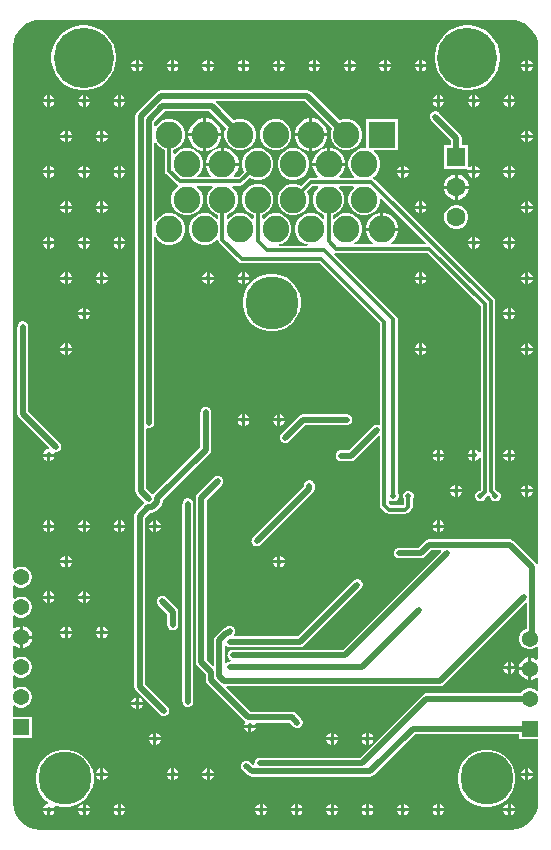
<source format=gbl>
G04*
G04 #@! TF.GenerationSoftware,Altium Limited,Altium Designer,23.8.1 (32)*
G04*
G04 Layer_Physical_Order=2*
G04 Layer_Color=16711680*
%FSLAX25Y25*%
%MOIN*%
G70*
G04*
G04 #@! TF.SameCoordinates,823993F6-8BEF-49D6-9206-44A6C2E96FBA*
G04*
G04*
G04 #@! TF.FilePolarity,Positive*
G04*
G01*
G75*
%ADD12C,0.01181*%
%ADD52C,0.01968*%
%ADD53R,0.05394X0.05394*%
%ADD54C,0.05394*%
%ADD55R,0.06319X0.06319*%
%ADD56C,0.06319*%
%ADD57C,0.17717*%
%ADD58R,0.08858X0.08858*%
%ADD59C,0.08858*%
%ADD60C,0.20079*%
%ADD61C,0.01968*%
G36*
X462955Y546654D02*
X464652Y546139D01*
X466217Y545303D01*
X467588Y544178D01*
X468713Y542807D01*
X469549Y541242D01*
X470064Y539545D01*
X470231Y537855D01*
X470221Y537780D01*
Y365392D01*
X469721Y365241D01*
X469533Y365521D01*
X462021Y373033D01*
X461435Y373425D01*
X460744Y373562D01*
X433949D01*
X433257Y373425D01*
X432671Y373033D01*
X430445Y370806D01*
X424000D01*
X423826Y370772D01*
X423648D01*
X423483Y370704D01*
X423309Y370669D01*
X423161Y370570D01*
X422996Y370502D01*
X422871Y370376D01*
X422723Y370277D01*
X422624Y370129D01*
X422498Y370004D01*
X422430Y369839D01*
X422331Y369691D01*
X422296Y369517D01*
X422228Y369352D01*
Y369175D01*
X422194Y369000D01*
X422228Y368826D01*
Y368648D01*
X422296Y368483D01*
X422331Y368309D01*
X422430Y368161D01*
X422498Y367997D01*
X422624Y367871D01*
X422723Y367723D01*
X422871Y367624D01*
X422996Y367498D01*
X423161Y367430D01*
X423309Y367331D01*
X423483Y367296D01*
X423648Y367228D01*
X423826D01*
X424000Y367194D01*
X431193D01*
X431884Y367331D01*
X432470Y367723D01*
X434697Y369950D01*
X437742D01*
X437933Y369488D01*
X405252Y336806D01*
X368500D01*
X368325Y336772D01*
X368148D01*
X367983Y336704D01*
X367809Y336669D01*
X367661Y336570D01*
X367496Y336502D01*
X367371Y336376D01*
X367223Y336277D01*
X367124Y336129D01*
X366998Y336004D01*
X366930Y335839D01*
X366831Y335691D01*
X366796Y335517D01*
X366728Y335352D01*
Y335174D01*
X366694Y335000D01*
X366728Y334825D01*
Y334648D01*
X366796Y334483D01*
X366831Y334309D01*
X366930Y334161D01*
X366998Y333996D01*
X367124Y333871D01*
X367223Y333723D01*
X367371Y333624D01*
X367496Y333498D01*
X367661Y333430D01*
X367809Y333331D01*
X367811Y333306D01*
X367500Y332806D01*
X367325Y332772D01*
X367148D01*
X366983Y332704D01*
X366809Y332669D01*
X366661Y332570D01*
X366496Y332502D01*
X366371Y332376D01*
X366306Y332333D01*
X365997Y332428D01*
X365806Y332554D01*
Y337946D01*
X365997Y338072D01*
X366306Y338167D01*
X366371Y338124D01*
X366496Y337998D01*
X366661Y337930D01*
X366809Y337831D01*
X366983Y337796D01*
X367148Y337728D01*
X367325D01*
X367500Y337694D01*
X391000D01*
X391691Y337831D01*
X392277Y338223D01*
X411277Y357223D01*
X411376Y357371D01*
X411502Y357496D01*
X411570Y357661D01*
X411669Y357809D01*
X411704Y357983D01*
X411772Y358148D01*
Y358326D01*
X411806Y358500D01*
X411772Y358675D01*
Y358852D01*
X411704Y359017D01*
X411669Y359191D01*
X411570Y359339D01*
X411502Y359504D01*
X411376Y359629D01*
X411277Y359777D01*
X411129Y359876D01*
X411004Y360002D01*
X410839Y360070D01*
X410691Y360169D01*
X410517Y360204D01*
X410352Y360272D01*
X410175D01*
X410000Y360306D01*
X409826Y360272D01*
X409648D01*
X409483Y360204D01*
X409309Y360169D01*
X409161Y360070D01*
X408996Y360002D01*
X408871Y359876D01*
X408723Y359777D01*
X390252Y341306D01*
X368986D01*
X368833Y341806D01*
X368876Y341871D01*
X369002Y341996D01*
X369070Y342161D01*
X369169Y342309D01*
X369204Y342483D01*
X369272Y342648D01*
Y342826D01*
X369306Y343000D01*
X369272Y343175D01*
Y343352D01*
X369204Y343517D01*
X369169Y343691D01*
X369070Y343839D01*
X369002Y344004D01*
X368876Y344129D01*
X368777Y344277D01*
X368629Y344376D01*
X368504Y344502D01*
X368339Y344570D01*
X368191Y344669D01*
X368017Y344704D01*
X367852Y344772D01*
X367674D01*
X367500Y344806D01*
X367325Y344772D01*
X367148D01*
X366983Y344704D01*
X366809Y344669D01*
X366661Y344570D01*
X366496Y344502D01*
X366371Y344376D01*
X366223Y344277D01*
X365921Y343975D01*
X365667Y343925D01*
X365081Y343533D01*
X362723Y341175D01*
X362331Y340589D01*
X362194Y339897D01*
Y331569D01*
X361732Y331378D01*
X359806Y333303D01*
Y386752D01*
X364777Y391723D01*
X364876Y391871D01*
X365002Y391996D01*
X365070Y392161D01*
X365169Y392309D01*
X365204Y392483D01*
X365272Y392648D01*
Y392826D01*
X365306Y393000D01*
X365272Y393175D01*
Y393352D01*
X365204Y393517D01*
X365169Y393691D01*
X365070Y393839D01*
X365002Y394004D01*
X364876Y394129D01*
X364777Y394277D01*
X364629Y394376D01*
X364504Y394502D01*
X364339Y394570D01*
X364191Y394669D01*
X364017Y394704D01*
X363852Y394772D01*
X363674D01*
X363500Y394806D01*
X363326Y394772D01*
X363148D01*
X362983Y394704D01*
X362809Y394669D01*
X362661Y394570D01*
X362496Y394502D01*
X362371Y394376D01*
X362223Y394277D01*
X356723Y388777D01*
X356331Y388191D01*
X356194Y387500D01*
Y332555D01*
X356331Y331863D01*
X356723Y331277D01*
X359438Y328562D01*
Y326756D01*
X359575Y326065D01*
X359967Y325479D01*
X372416Y313029D01*
X372572Y312925D01*
X372621Y312427D01*
X372540Y312347D01*
X372282Y311723D01*
X376163D01*
X376048Y312000D01*
X376383Y312500D01*
X387445D01*
X388723Y311223D01*
X388871Y311124D01*
X388996Y310998D01*
X389161Y310930D01*
X389309Y310831D01*
X389483Y310796D01*
X389648Y310728D01*
X389826D01*
X390000Y310694D01*
X390175Y310728D01*
X390352D01*
X390517Y310796D01*
X390691Y310831D01*
X390839Y310930D01*
X391004Y310998D01*
X391129Y311124D01*
X391277Y311223D01*
X391376Y311371D01*
X391502Y311496D01*
X391570Y311661D01*
X391669Y311809D01*
X391704Y311983D01*
X391772Y312148D01*
Y312326D01*
X391806Y312500D01*
X391772Y312674D01*
Y312852D01*
X391704Y313017D01*
X391669Y313191D01*
X391570Y313339D01*
X391502Y313504D01*
X391376Y313629D01*
X391277Y313777D01*
X389471Y315584D01*
X388885Y315975D01*
X388194Y316113D01*
X374442D01*
X366323Y324232D01*
X366514Y324694D01*
X437500D01*
X438191Y324831D01*
X438777Y325223D01*
X465988Y352433D01*
X466449Y352242D01*
Y343826D01*
X466155Y343747D01*
X465361Y343288D01*
X464712Y342639D01*
X464253Y341845D01*
X464016Y340959D01*
Y340041D01*
X464253Y339155D01*
X464712Y338361D01*
X465361Y337712D01*
X466155Y337253D01*
X467041Y337016D01*
X467959D01*
X468845Y337253D01*
X469639Y337712D01*
X469759Y337831D01*
X470221Y337640D01*
Y333645D01*
X470102Y333596D01*
X469721Y333487D01*
X468927Y333945D01*
X468000Y334193D01*
Y330500D01*
Y326807D01*
X468927Y327055D01*
X469721Y327513D01*
X470102Y327404D01*
X470221Y327355D01*
Y323360D01*
X469759Y323169D01*
X469639Y323288D01*
X468845Y323747D01*
X467959Y323984D01*
X467041D01*
X466155Y323747D01*
X465361Y323288D01*
X464712Y322639D01*
X464520Y322306D01*
X433037D01*
X432345Y322169D01*
X431759Y321777D01*
X410788Y300806D01*
X377500D01*
X377326Y300772D01*
X377148D01*
X376983Y300704D01*
X376809Y300669D01*
X376661Y300570D01*
X376496Y300502D01*
X376371Y300376D01*
X376223Y300277D01*
X376124Y300129D01*
X375998Y300004D01*
X375930Y299839D01*
X375831Y299691D01*
X375796Y299517D01*
X375728Y299352D01*
Y299174D01*
X375694Y299000D01*
X375728Y298826D01*
Y298648D01*
X375340Y298326D01*
X375258Y298297D01*
X374277Y299277D01*
X374129Y299376D01*
X374004Y299502D01*
X373839Y299570D01*
X373691Y299669D01*
X373517Y299704D01*
X373352Y299772D01*
X373175D01*
X373000Y299806D01*
X372826Y299772D01*
X372648D01*
X372483Y299704D01*
X372309Y299669D01*
X372161Y299570D01*
X371996Y299502D01*
X371871Y299376D01*
X371723Y299277D01*
X371624Y299129D01*
X371498Y299004D01*
X371430Y298839D01*
X371331Y298691D01*
X371296Y298517D01*
X371228Y298352D01*
Y298175D01*
X371194Y298000D01*
X371228Y297826D01*
Y297648D01*
X371296Y297483D01*
X371331Y297309D01*
X371430Y297161D01*
X371498Y296996D01*
X371624Y296871D01*
X371723Y296723D01*
X373479Y294967D01*
X374065Y294575D01*
X374756Y294438D01*
X414195D01*
X414886Y294575D01*
X415472Y294967D01*
X429199Y308694D01*
X464016D01*
Y307016D01*
X470221D01*
Y285811D01*
X470231Y285736D01*
X470064Y284046D01*
X469549Y282348D01*
X468713Y280784D01*
X467588Y279413D01*
X466217Y278287D01*
X464652Y277451D01*
X462955Y276936D01*
X461265Y276770D01*
X461189Y276780D01*
X304311D01*
X304236Y276770D01*
X302546Y276936D01*
X300848Y277451D01*
X299284Y278287D01*
X297913Y279413D01*
X296787Y280784D01*
X295951Y282348D01*
X295436Y284046D01*
X295270Y285736D01*
X295280Y285811D01*
Y307516D01*
X301484D01*
Y314484D01*
X295280D01*
Y318140D01*
X295742Y318331D01*
X295861Y318212D01*
X296655Y317753D01*
X297541Y317516D01*
X298459D01*
X299345Y317753D01*
X300139Y318212D01*
X300788Y318861D01*
X301247Y319655D01*
X301484Y320541D01*
Y321459D01*
X301247Y322345D01*
X300788Y323139D01*
X300139Y323788D01*
X299345Y324247D01*
X298459Y324484D01*
X297541D01*
X296655Y324247D01*
X295861Y323788D01*
X295742Y323669D01*
X295280Y323860D01*
Y328140D01*
X295742Y328331D01*
X295861Y328212D01*
X296655Y327753D01*
X297541Y327516D01*
X298459D01*
X299345Y327753D01*
X300139Y328212D01*
X300788Y328861D01*
X301247Y329655D01*
X301484Y330541D01*
Y331459D01*
X301247Y332345D01*
X300788Y333139D01*
X300139Y333788D01*
X299345Y334247D01*
X298459Y334484D01*
X297541D01*
X296655Y334247D01*
X295861Y333788D01*
X295742Y333669D01*
X295280Y333860D01*
Y337855D01*
X295395Y337903D01*
X295780Y338013D01*
X296573Y337555D01*
X297500Y337307D01*
Y341000D01*
Y344693D01*
X296573Y344445D01*
X295780Y343987D01*
X295395Y344097D01*
X295280Y344145D01*
Y348140D01*
X295742Y348331D01*
X295861Y348212D01*
X296655Y347753D01*
X297541Y347516D01*
X298459D01*
X299345Y347753D01*
X300139Y348212D01*
X300788Y348861D01*
X301247Y349655D01*
X301484Y350541D01*
Y351459D01*
X301247Y352345D01*
X300788Y353139D01*
X300139Y353788D01*
X299345Y354247D01*
X298459Y354484D01*
X297541D01*
X296655Y354247D01*
X295861Y353788D01*
X295742Y353669D01*
X295280Y353860D01*
Y358140D01*
X295742Y358331D01*
X295861Y358212D01*
X296655Y357753D01*
X297541Y357516D01*
X298459D01*
X299345Y357753D01*
X300139Y358212D01*
X300788Y358861D01*
X301247Y359655D01*
X301484Y360541D01*
Y361459D01*
X301247Y362345D01*
X300788Y363139D01*
X300139Y363788D01*
X299345Y364247D01*
X298459Y364484D01*
X297541D01*
X296655Y364247D01*
X295861Y363788D01*
X295742Y363669D01*
X295280Y363860D01*
Y537780D01*
X295270Y537855D01*
X295436Y539545D01*
X295951Y541242D01*
X296787Y542807D01*
X297913Y544178D01*
X299284Y545303D01*
X300848Y546139D01*
X302546Y546654D01*
X304236Y546821D01*
X304311Y546811D01*
X461189D01*
X461265Y546821D01*
X462955Y546654D01*
D02*
G37*
%LPC*%
G36*
X467035Y533436D02*
Y531996D01*
X468476D01*
X468218Y532620D01*
X467659Y533178D01*
X467035Y533436D01*
D02*
G37*
G36*
X466035D02*
X465411Y533178D01*
X464853Y532620D01*
X464595Y531996D01*
X466035D01*
Y533436D01*
D02*
G37*
G36*
X431602D02*
Y531996D01*
X433043D01*
X432784Y532620D01*
X432226Y533178D01*
X431602Y533436D01*
D02*
G37*
G36*
X430602D02*
X429978Y533178D01*
X429420Y532620D01*
X429162Y531996D01*
X430602D01*
Y533436D01*
D02*
G37*
G36*
X419791D02*
Y531996D01*
X421232D01*
X420973Y532620D01*
X420415Y533178D01*
X419791Y533436D01*
D02*
G37*
G36*
X418791D02*
X418167Y533178D01*
X417609Y532620D01*
X417351Y531996D01*
X418791D01*
Y533436D01*
D02*
G37*
G36*
X407980D02*
Y531996D01*
X409421D01*
X409162Y532620D01*
X408604Y533178D01*
X407980Y533436D01*
D02*
G37*
G36*
X406980D02*
X406356Y533178D01*
X405798Y532620D01*
X405540Y531996D01*
X406980D01*
Y533436D01*
D02*
G37*
G36*
X396169D02*
Y531996D01*
X397610D01*
X397351Y532620D01*
X396793Y533178D01*
X396169Y533436D01*
D02*
G37*
G36*
X395169D02*
X394545Y533178D01*
X393987Y532620D01*
X393728Y531996D01*
X395169D01*
Y533436D01*
D02*
G37*
G36*
X384358D02*
Y531996D01*
X385799D01*
X385540Y532620D01*
X384982Y533178D01*
X384358Y533436D01*
D02*
G37*
G36*
X383358D02*
X382734Y533178D01*
X382176Y532620D01*
X381918Y531996D01*
X383358D01*
Y533436D01*
D02*
G37*
G36*
X372547D02*
Y531996D01*
X373988D01*
X373729Y532620D01*
X373171Y533178D01*
X372547Y533436D01*
D02*
G37*
G36*
X371547D02*
X370923Y533178D01*
X370365Y532620D01*
X370107Y531996D01*
X371547D01*
Y533436D01*
D02*
G37*
G36*
X360736D02*
Y531996D01*
X362177D01*
X361918Y532620D01*
X361360Y533178D01*
X360736Y533436D01*
D02*
G37*
G36*
X359736D02*
X359112Y533178D01*
X358554Y532620D01*
X358295Y531996D01*
X359736D01*
Y533436D01*
D02*
G37*
G36*
X348925D02*
Y531996D01*
X350366D01*
X350107Y532620D01*
X349549Y533178D01*
X348925Y533436D01*
D02*
G37*
G36*
X347925D02*
X347301Y533178D01*
X346743Y532620D01*
X346484Y531996D01*
X347925D01*
Y533436D01*
D02*
G37*
G36*
X337114D02*
Y531996D01*
X338555D01*
X338296Y532620D01*
X337738Y533178D01*
X337114Y533436D01*
D02*
G37*
G36*
X336114D02*
X335490Y533178D01*
X334932Y532620D01*
X334673Y531996D01*
X336114D01*
Y533436D01*
D02*
G37*
G36*
X468476Y530996D02*
X467035D01*
Y529555D01*
X467659Y529814D01*
X468218Y530372D01*
X468476Y530996D01*
D02*
G37*
G36*
X466035D02*
X464595D01*
X464853Y530372D01*
X465411Y529814D01*
X466035Y529555D01*
Y530996D01*
D02*
G37*
G36*
X433043D02*
X431602D01*
Y529555D01*
X432226Y529814D01*
X432784Y530372D01*
X433043Y530996D01*
D02*
G37*
G36*
X430602D02*
X429162D01*
X429420Y530372D01*
X429978Y529814D01*
X430602Y529555D01*
Y530996D01*
D02*
G37*
G36*
X421232D02*
X419791D01*
Y529555D01*
X420415Y529814D01*
X420973Y530372D01*
X421232Y530996D01*
D02*
G37*
G36*
X418791D02*
X417351D01*
X417609Y530372D01*
X418167Y529814D01*
X418791Y529555D01*
Y530996D01*
D02*
G37*
G36*
X409421D02*
X407980D01*
Y529555D01*
X408604Y529814D01*
X409162Y530372D01*
X409421Y530996D01*
D02*
G37*
G36*
X406980D02*
X405540D01*
X405798Y530372D01*
X406356Y529814D01*
X406980Y529555D01*
Y530996D01*
D02*
G37*
G36*
X397610D02*
X396169D01*
Y529555D01*
X396793Y529814D01*
X397351Y530372D01*
X397610Y530996D01*
D02*
G37*
G36*
X395169D02*
X393728D01*
X393987Y530372D01*
X394545Y529814D01*
X395169Y529555D01*
Y530996D01*
D02*
G37*
G36*
X385799D02*
X384358D01*
Y529555D01*
X384982Y529814D01*
X385540Y530372D01*
X385799Y530996D01*
D02*
G37*
G36*
X383358D02*
X381918D01*
X382176Y530372D01*
X382734Y529814D01*
X383358Y529555D01*
Y530996D01*
D02*
G37*
G36*
X373988D02*
X372547D01*
Y529555D01*
X373171Y529814D01*
X373729Y530372D01*
X373988Y530996D01*
D02*
G37*
G36*
X371547D02*
X370107D01*
X370365Y530372D01*
X370923Y529814D01*
X371547Y529555D01*
Y530996D01*
D02*
G37*
G36*
X362177D02*
X360736D01*
Y529555D01*
X361360Y529814D01*
X361918Y530372D01*
X362177Y530996D01*
D02*
G37*
G36*
X359736D02*
X358295D01*
X358554Y530372D01*
X359112Y529814D01*
X359736Y529555D01*
Y530996D01*
D02*
G37*
G36*
X350366D02*
X348925D01*
Y529555D01*
X349549Y529814D01*
X350107Y530372D01*
X350366Y530996D01*
D02*
G37*
G36*
X347925D02*
X346484D01*
X346743Y530372D01*
X347301Y529814D01*
X347925Y529555D01*
Y530996D01*
D02*
G37*
G36*
X338555D02*
X337114D01*
Y529555D01*
X337738Y529814D01*
X338296Y530372D01*
X338555Y530996D01*
D02*
G37*
G36*
X336114D02*
X334673D01*
X334932Y530372D01*
X335490Y529814D01*
X336114Y529555D01*
Y530996D01*
D02*
G37*
G36*
X447577Y544917D02*
X445872D01*
X444189Y544651D01*
X442568Y544124D01*
X441050Y543350D01*
X439671Y542349D01*
X438466Y541144D01*
X437465Y539765D01*
X436691Y538247D01*
X436164Y536626D01*
X435898Y534943D01*
Y533239D01*
X436164Y531555D01*
X436691Y529935D01*
X437465Y528416D01*
X438466Y527037D01*
X439671Y525832D01*
X441050Y524831D01*
X442568Y524057D01*
X444189Y523530D01*
X445872Y523264D01*
X447577D01*
X449260Y523530D01*
X450880Y524057D01*
X452399Y524831D01*
X453778Y525832D01*
X454983Y527037D01*
X455984Y528416D01*
X456758Y529935D01*
X457285Y531555D01*
X457551Y533239D01*
Y534943D01*
X457285Y536626D01*
X456758Y538247D01*
X455984Y539765D01*
X454983Y541144D01*
X453778Y542349D01*
X452399Y543350D01*
X450880Y544124D01*
X449260Y544651D01*
X447577Y544917D01*
D02*
G37*
G36*
X319624D02*
X317920D01*
X316236Y544651D01*
X314616Y544124D01*
X313097Y543350D01*
X311719Y542349D01*
X310513Y541144D01*
X309512Y539765D01*
X308738Y538247D01*
X308211Y536626D01*
X307945Y534943D01*
Y533239D01*
X308211Y531555D01*
X308738Y529935D01*
X309512Y528416D01*
X310513Y527037D01*
X311719Y525832D01*
X313097Y524831D01*
X314616Y524057D01*
X316236Y523530D01*
X317920Y523264D01*
X319624D01*
X321307Y523530D01*
X322928Y524057D01*
X324446Y524831D01*
X325825Y525832D01*
X327030Y527037D01*
X328031Y528416D01*
X328805Y529935D01*
X329332Y531555D01*
X329598Y533239D01*
Y534943D01*
X329332Y536626D01*
X328805Y538247D01*
X328031Y539765D01*
X327030Y541144D01*
X325825Y542349D01*
X324446Y543350D01*
X322928Y544124D01*
X321307Y544651D01*
X319624Y544917D01*
D02*
G37*
G36*
X461130Y521626D02*
Y520185D01*
X462570D01*
X462312Y520809D01*
X461754Y521367D01*
X461130Y521626D01*
D02*
G37*
G36*
X460130D02*
X459506Y521367D01*
X458948Y520809D01*
X458689Y520185D01*
X460130D01*
Y521626D01*
D02*
G37*
G36*
X449319D02*
Y520185D01*
X450759D01*
X450501Y520809D01*
X449943Y521367D01*
X449319Y521626D01*
D02*
G37*
G36*
X448319D02*
X447695Y521367D01*
X447137Y520809D01*
X446878Y520185D01*
X448319D01*
Y521626D01*
D02*
G37*
G36*
X437508D02*
Y520185D01*
X438948D01*
X438690Y520809D01*
X438132Y521367D01*
X437508Y521626D01*
D02*
G37*
G36*
X436508D02*
X435884Y521367D01*
X435326Y520809D01*
X435067Y520185D01*
X436508D01*
Y521626D01*
D02*
G37*
G36*
X331209D02*
Y520185D01*
X332649D01*
X332391Y520809D01*
X331833Y521367D01*
X331209Y521626D01*
D02*
G37*
G36*
X330209D02*
X329585Y521367D01*
X329026Y520809D01*
X328768Y520185D01*
X330209D01*
Y521626D01*
D02*
G37*
G36*
X319397D02*
Y520185D01*
X320838D01*
X320580Y520809D01*
X320022Y521367D01*
X319397Y521626D01*
D02*
G37*
G36*
X318397D02*
X317774Y521367D01*
X317215Y520809D01*
X316957Y520185D01*
X318397D01*
Y521626D01*
D02*
G37*
G36*
X307587D02*
Y520185D01*
X309027D01*
X308769Y520809D01*
X308210Y521367D01*
X307587Y521626D01*
D02*
G37*
G36*
X306587D02*
X305962Y521367D01*
X305404Y520809D01*
X305146Y520185D01*
X306587D01*
Y521626D01*
D02*
G37*
G36*
X462570Y519185D02*
X461130D01*
Y517744D01*
X461754Y518003D01*
X462312Y518561D01*
X462570Y519185D01*
D02*
G37*
G36*
X460130D02*
X458689D01*
X458948Y518561D01*
X459506Y518003D01*
X460130Y517744D01*
Y519185D01*
D02*
G37*
G36*
X450759D02*
X449319D01*
Y517744D01*
X449943Y518003D01*
X450501Y518561D01*
X450759Y519185D01*
D02*
G37*
G36*
X448319D02*
X446878D01*
X447137Y518561D01*
X447695Y518003D01*
X448319Y517744D01*
Y519185D01*
D02*
G37*
G36*
X438948D02*
X437508D01*
Y517744D01*
X438132Y518003D01*
X438690Y518561D01*
X438948Y519185D01*
D02*
G37*
G36*
X436508D02*
X435067D01*
X435326Y518561D01*
X435884Y518003D01*
X436508Y517744D01*
Y519185D01*
D02*
G37*
G36*
X332649D02*
X331209D01*
Y517744D01*
X331833Y518003D01*
X332391Y518561D01*
X332649Y519185D01*
D02*
G37*
G36*
X330209D02*
X328768D01*
X329026Y518561D01*
X329585Y518003D01*
X330209Y517744D01*
Y519185D01*
D02*
G37*
G36*
X320838D02*
X319397D01*
Y517744D01*
X320022Y518003D01*
X320580Y518561D01*
X320838Y519185D01*
D02*
G37*
G36*
X318397D02*
X316957D01*
X317215Y518561D01*
X317774Y518003D01*
X318397Y517744D01*
Y519185D01*
D02*
G37*
G36*
X309027D02*
X307587D01*
Y517744D01*
X308210Y518003D01*
X308769Y518561D01*
X309027Y519185D01*
D02*
G37*
G36*
X306587D02*
X305146D01*
X305404Y518561D01*
X305962Y518003D01*
X306587Y517744D01*
Y519185D01*
D02*
G37*
G36*
X359841Y513929D02*
X359626D01*
Y509000D01*
X364555D01*
Y509215D01*
X364185Y510596D01*
X363470Y511834D01*
X362459Y512844D01*
X361222Y513559D01*
X359841Y513929D01*
D02*
G37*
G36*
X395274D02*
X395059D01*
Y509000D01*
X399988D01*
Y509215D01*
X399618Y510596D01*
X398903Y511834D01*
X397893Y512844D01*
X396655Y513559D01*
X395274Y513929D01*
D02*
G37*
G36*
X394059D02*
X393844D01*
X392463Y513559D01*
X391226Y512844D01*
X390215Y511834D01*
X389500Y510596D01*
X389130Y509215D01*
Y509000D01*
X394059D01*
Y513929D01*
D02*
G37*
G36*
X358626D02*
X358411D01*
X357030Y513559D01*
X355792Y512844D01*
X354782Y511834D01*
X354067Y510596D01*
X353697Y509215D01*
Y509000D01*
X358626D01*
Y513929D01*
D02*
G37*
G36*
X467035Y509815D02*
Y508374D01*
X468476D01*
X468218Y508998D01*
X467659Y509556D01*
X467035Y509815D01*
D02*
G37*
G36*
X466035D02*
X465411Y509556D01*
X464853Y508998D01*
X464595Y508374D01*
X466035D01*
Y509815D01*
D02*
G37*
G36*
X325303D02*
Y508374D01*
X326744D01*
X326485Y508998D01*
X325927Y509556D01*
X325303Y509815D01*
D02*
G37*
G36*
X324303D02*
X323679Y509556D01*
X323121Y508998D01*
X322862Y508374D01*
X324303D01*
Y509815D01*
D02*
G37*
G36*
X313492D02*
Y508374D01*
X314933D01*
X314674Y508998D01*
X314116Y509556D01*
X313492Y509815D01*
D02*
G37*
G36*
X312492D02*
X311868Y509556D01*
X311310Y508998D01*
X311051Y508374D01*
X312492D01*
Y509815D01*
D02*
G37*
G36*
X468476Y507374D02*
X467035D01*
Y505933D01*
X467659Y506192D01*
X468218Y506750D01*
X468476Y507374D01*
D02*
G37*
G36*
X466035D02*
X464595D01*
X464853Y506750D01*
X465411Y506192D01*
X466035Y505933D01*
Y507374D01*
D02*
G37*
G36*
X326744D02*
X325303D01*
Y505933D01*
X325927Y506192D01*
X326485Y506750D01*
X326744Y507374D01*
D02*
G37*
G36*
X324303D02*
X322862D01*
X323121Y506750D01*
X323679Y506192D01*
X324303Y505933D01*
Y507374D01*
D02*
G37*
G36*
X314933D02*
X313492D01*
Y505933D01*
X314116Y506192D01*
X314674Y506750D01*
X314933Y507374D01*
D02*
G37*
G36*
X312492D02*
X311051D01*
X311310Y506750D01*
X311868Y506192D01*
X312492Y505933D01*
Y507374D01*
D02*
G37*
G36*
X393370Y523306D02*
X344603D01*
X343911Y523169D01*
X343325Y522777D01*
X336467Y515919D01*
X336075Y515333D01*
X335938Y514642D01*
Y389756D01*
X336075Y389065D01*
X336467Y388479D01*
X338880Y386065D01*
X338967Y385521D01*
X336223Y382777D01*
X335831Y382191D01*
X335694Y381500D01*
Y324500D01*
X335831Y323809D01*
X336223Y323223D01*
X344223Y315223D01*
X344371Y315124D01*
X344496Y314998D01*
X344661Y314930D01*
X344809Y314831D01*
X344983Y314796D01*
X345148Y314728D01*
X345325D01*
X345500Y314694D01*
X345674Y314728D01*
X345852D01*
X346017Y314796D01*
X346191Y314831D01*
X346339Y314930D01*
X346504Y314998D01*
X346629Y315124D01*
X346777Y315223D01*
X346876Y315371D01*
X347002Y315496D01*
X347070Y315661D01*
X347169Y315809D01*
X347204Y315983D01*
X347272Y316148D01*
Y316325D01*
X347306Y316500D01*
X347272Y316674D01*
Y316852D01*
X347204Y317017D01*
X347169Y317191D01*
X347070Y317339D01*
X347002Y317504D01*
X346876Y317629D01*
X346777Y317777D01*
X339306Y325248D01*
Y380752D01*
X340992Y382438D01*
X341641D01*
X342333Y382575D01*
X342919Y382967D01*
X344533Y384581D01*
X344925Y385167D01*
X345062Y385858D01*
Y386508D01*
X360777Y402223D01*
X361169Y402809D01*
X361306Y403500D01*
Y416000D01*
X361272Y416175D01*
Y416352D01*
X361204Y416517D01*
X361169Y416691D01*
X361070Y416839D01*
X361002Y417004D01*
X360876Y417129D01*
X360777Y417277D01*
X360629Y417376D01*
X360504Y417502D01*
X360339Y417570D01*
X360191Y417669D01*
X360017Y417704D01*
X359852Y417772D01*
X359675D01*
X359500Y417806D01*
X359326Y417772D01*
X359148D01*
X358983Y417704D01*
X358809Y417669D01*
X358661Y417570D01*
X358496Y417502D01*
X358371Y417376D01*
X358223Y417277D01*
X358124Y417129D01*
X357998Y417004D01*
X357930Y416839D01*
X357831Y416691D01*
X357796Y416517D01*
X357728Y416352D01*
Y416175D01*
X357694Y416000D01*
Y404248D01*
X341979Y388533D01*
X341435Y388620D01*
X339550Y390504D01*
Y410412D01*
X339595Y410484D01*
X339855Y410693D01*
X340051Y410769D01*
X340148Y410728D01*
X340325D01*
X340500Y410694D01*
X340674Y410728D01*
X340852D01*
X341017Y410796D01*
X341191Y410831D01*
X341339Y410930D01*
X341504Y410998D01*
X341629Y411124D01*
X341777Y411223D01*
X341876Y411371D01*
X342002Y411496D01*
X342070Y411661D01*
X342169Y411809D01*
X342204Y411983D01*
X342272Y412148D01*
Y412325D01*
X342306Y412500D01*
Y474246D01*
X342806Y474380D01*
X343141Y473801D01*
X344112Y472830D01*
X345302Y472143D01*
X346628Y471787D01*
X348002D01*
X349328Y472143D01*
X350518Y472830D01*
X351489Y473801D01*
X352176Y474990D01*
X352532Y476317D01*
Y477691D01*
X352176Y479017D01*
X351489Y480207D01*
X350518Y481178D01*
X349328Y481865D01*
X348002Y482221D01*
X346628D01*
X345302Y481865D01*
X344112Y481178D01*
X343141Y480207D01*
X342806Y479628D01*
X342306Y479762D01*
Y505742D01*
X342806Y505876D01*
X343141Y505297D01*
X344112Y504326D01*
X345302Y503639D01*
X345910Y503476D01*
Y496350D01*
X346017Y495813D01*
X346322Y495357D01*
X349822Y491857D01*
X350120Y491657D01*
X350162Y491104D01*
X350017Y491021D01*
X349046Y490050D01*
X348359Y488860D01*
X348004Y487533D01*
Y486160D01*
X348359Y484833D01*
X349046Y483643D01*
X350017Y482672D01*
X351207Y481985D01*
X352534Y481630D01*
X353907D01*
X355234Y481985D01*
X356423Y482672D01*
X357395Y483643D01*
X358082Y484833D01*
X358437Y486160D01*
Y487533D01*
X358082Y488860D01*
X357395Y490050D01*
X356499Y490945D01*
X356605Y491445D01*
X361647D01*
X361753Y490945D01*
X360857Y490050D01*
X360171Y488860D01*
X359815Y487533D01*
Y486160D01*
X360171Y484833D01*
X360857Y483643D01*
X361828Y482672D01*
X363018Y481985D01*
X363627Y481822D01*
Y480588D01*
X363126Y480381D01*
X362329Y481178D01*
X361139Y481865D01*
X359813Y482221D01*
X358439D01*
X357113Y481865D01*
X355923Y481178D01*
X354952Y480207D01*
X354265Y479017D01*
X353909Y477691D01*
Y476317D01*
X354265Y474990D01*
X354952Y473801D01*
X355923Y472830D01*
X357113Y472143D01*
X358439Y471787D01*
X359813D01*
X361139Y472143D01*
X362329Y472830D01*
X363126Y473627D01*
X363516Y473504D01*
X363635Y473428D01*
X363734Y472931D01*
X364038Y472475D01*
X370507Y466007D01*
X370962Y465702D01*
X371500Y465595D01*
X397418D01*
X417595Y445418D01*
Y412005D01*
X417590Y411996D01*
X417436Y411870D01*
X417095Y411688D01*
X417017Y411704D01*
X416852Y411772D01*
X416675D01*
X416500Y411806D01*
X416326Y411772D01*
X416148D01*
X415983Y411704D01*
X415809Y411669D01*
X415661Y411570D01*
X415496Y411502D01*
X415371Y411376D01*
X415223Y411277D01*
X407252Y403306D01*
X404500D01*
X404325Y403272D01*
X404148D01*
X403983Y403204D01*
X403809Y403169D01*
X403661Y403070D01*
X403496Y403002D01*
X403371Y402876D01*
X403223Y402777D01*
X403124Y402629D01*
X402998Y402504D01*
X402930Y402339D01*
X402831Y402191D01*
X402796Y402017D01*
X402728Y401852D01*
Y401675D01*
X402694Y401500D01*
X402728Y401326D01*
Y401148D01*
X402796Y400983D01*
X402831Y400809D01*
X402930Y400661D01*
X402998Y400496D01*
X403124Y400371D01*
X403223Y400223D01*
X403371Y400124D01*
X403496Y399998D01*
X403661Y399930D01*
X403809Y399831D01*
X403983Y399796D01*
X404148Y399728D01*
X404325D01*
X404500Y399694D01*
X408000D01*
X408691Y399831D01*
X409277Y400223D01*
X417133Y408078D01*
X417595Y407887D01*
Y385000D01*
X417702Y384462D01*
X418007Y384007D01*
X419507Y382507D01*
X419962Y382202D01*
X420500Y382095D01*
X426000D01*
X426538Y382202D01*
X426994Y382507D01*
X427993Y383507D01*
X428298Y383962D01*
X428405Y384500D01*
Y386899D01*
X428502Y386996D01*
X428772Y387648D01*
Y388352D01*
X428502Y389004D01*
X428004Y389502D01*
X427352Y389772D01*
X426648D01*
X425996Y389502D01*
X425498Y389004D01*
X425228Y388352D01*
Y387648D01*
X425498Y386996D01*
X425595Y386899D01*
Y385082D01*
X425418Y384905D01*
X421082D01*
X420405Y385582D01*
Y386383D01*
X420905Y386590D01*
X420996Y386498D01*
X421648Y386228D01*
X422352D01*
X423004Y386498D01*
X423502Y386996D01*
X423772Y387648D01*
Y388352D01*
X423502Y389004D01*
X423405Y389101D01*
Y447000D01*
X423298Y447538D01*
X422994Y447994D01*
X402335Y468652D01*
X402470Y469172D01*
X402499Y469195D01*
X403000Y469095D01*
X433469D01*
X451095Y451469D01*
Y402571D01*
X450595Y402471D01*
X450501Y402699D01*
X449943Y403257D01*
X449319Y403515D01*
Y401575D01*
Y399634D01*
X449943Y399892D01*
X450501Y400451D01*
X450595Y400678D01*
X451095Y400578D01*
Y390082D01*
X450785Y389772D01*
X450648D01*
X449996Y389502D01*
X449498Y389004D01*
X449228Y388352D01*
Y387648D01*
X449498Y386996D01*
X449996Y386498D01*
X450648Y386228D01*
X451352D01*
X452004Y386498D01*
X452502Y386996D01*
X452772Y387648D01*
Y387785D01*
X453493Y388507D01*
X453699Y388527D01*
X454228Y387998D01*
Y387648D01*
X454498Y386996D01*
X454996Y386498D01*
X455648Y386228D01*
X456352D01*
X457004Y386498D01*
X457502Y386996D01*
X457772Y387648D01*
Y388352D01*
X457502Y389004D01*
X457004Y389502D01*
X456482Y389718D01*
X455873Y390326D01*
Y452866D01*
X455766Y453404D01*
X455462Y453860D01*
X415674Y493647D01*
X415376Y493847D01*
X415334Y494400D01*
X415479Y494483D01*
X416450Y495455D01*
X417137Y496644D01*
X417492Y497971D01*
Y499344D01*
X417137Y500671D01*
X416450Y501861D01*
X415527Y502783D01*
X415590Y503249D01*
X415600Y503284D01*
X423398D01*
Y513717D01*
X412965D01*
Y503876D01*
X412962Y503874D01*
X411589D01*
X410262Y503518D01*
X409073Y502832D01*
X408101Y501861D01*
X407415Y500671D01*
X407059Y499344D01*
Y497971D01*
X407415Y496644D01*
X408101Y495455D01*
X408997Y494558D01*
X408891Y494059D01*
X404251D01*
X404043Y494558D01*
X404809Y495324D01*
X405524Y496562D01*
X405894Y497943D01*
Y498158D01*
X400465D01*
X395035D01*
Y497943D01*
X395405Y496562D01*
X396120Y495324D01*
X396886Y494558D01*
X396678Y494059D01*
X394461D01*
X393923Y493952D01*
X393467Y493647D01*
X391213Y491393D01*
X390667Y491708D01*
X389340Y492063D01*
X387967D01*
X386640Y491708D01*
X385451Y491021D01*
X384479Y490050D01*
X383792Y488860D01*
X383437Y487533D01*
Y486160D01*
X383792Y484833D01*
X384479Y483643D01*
X385451Y482672D01*
X386640Y481985D01*
X387967Y481630D01*
X389340D01*
X390667Y481985D01*
X391857Y482672D01*
X392828Y483643D01*
X393515Y484833D01*
X393870Y486160D01*
Y487533D01*
X393515Y488860D01*
X393200Y489406D01*
X395043Y491249D01*
X396782D01*
X396989Y490749D01*
X396290Y490050D01*
X395603Y488860D01*
X395248Y487533D01*
Y486160D01*
X395603Y484833D01*
X396290Y483643D01*
X397262Y482672D01*
X398451Y481985D01*
X399060Y481822D01*
Y480588D01*
X398560Y480381D01*
X397762Y481178D01*
X396573Y481865D01*
X395246Y482221D01*
X393872D01*
X392546Y481865D01*
X391356Y481178D01*
X390385Y480207D01*
X389698Y479017D01*
X389342Y477691D01*
Y476317D01*
X389698Y474990D01*
X390385Y473801D01*
X391356Y472830D01*
X392546Y472143D01*
X393434Y471905D01*
X393368Y471405D01*
X383939D01*
X383874Y471905D01*
X384762Y472143D01*
X385951Y472830D01*
X386922Y473801D01*
X387609Y474990D01*
X387965Y476317D01*
Y477691D01*
X387609Y479017D01*
X386922Y480207D01*
X385951Y481178D01*
X384762Y481865D01*
X383435Y482221D01*
X382061D01*
X380734Y481865D01*
X379545Y481178D01*
X378748Y480381D01*
X378247Y480588D01*
Y481822D01*
X378856Y481985D01*
X380046Y482672D01*
X381017Y483643D01*
X381703Y484833D01*
X382059Y486160D01*
Y487533D01*
X381703Y488860D01*
X381017Y490050D01*
X380046Y491021D01*
X378856Y491708D01*
X377529Y492063D01*
X376156D01*
X374829Y491708D01*
X373639Y491021D01*
X372668Y490050D01*
X371982Y488860D01*
X371626Y487533D01*
Y486160D01*
X371982Y484833D01*
X372668Y483643D01*
X373639Y482672D01*
X374829Y481985D01*
X375438Y481822D01*
Y480588D01*
X374938Y480381D01*
X374140Y481178D01*
X372951Y481865D01*
X371624Y482221D01*
X370250D01*
X368923Y481865D01*
X367734Y481178D01*
X366936Y480381D01*
X366436Y480588D01*
Y481822D01*
X367045Y481985D01*
X368234Y482672D01*
X369206Y483643D01*
X369893Y484833D01*
X370248Y486160D01*
Y487533D01*
X369893Y488860D01*
X369206Y490050D01*
X368310Y490945D01*
X368416Y491445D01*
X371035D01*
X371573Y491552D01*
X372029Y491857D01*
X374283Y494111D01*
X374829Y493796D01*
X376156Y493441D01*
X377529D01*
X378856Y493796D01*
X380046Y494483D01*
X381017Y495455D01*
X381703Y496644D01*
X382059Y497971D01*
Y499344D01*
X381703Y500671D01*
X381017Y501861D01*
X380046Y502832D01*
X378856Y503518D01*
X377529Y503874D01*
X376156D01*
X374829Y503518D01*
X373639Y502832D01*
X372668Y501861D01*
X371982Y500671D01*
X371626Y499344D01*
Y497971D01*
X371982Y496644D01*
X372297Y496098D01*
X370454Y494255D01*
X369014D01*
X368807Y494755D01*
X369376Y495324D01*
X370091Y496562D01*
X370461Y497943D01*
Y498158D01*
X365032D01*
X359602D01*
Y497943D01*
X359972Y496562D01*
X360687Y495324D01*
X361256Y494755D01*
X361049Y494255D01*
X356903D01*
X356696Y494755D01*
X357395Y495455D01*
X358082Y496644D01*
X358437Y497971D01*
Y499344D01*
X358082Y500671D01*
X357395Y501861D01*
X356423Y502832D01*
X355234Y503518D01*
X353907Y503874D01*
X352534D01*
X351207Y503518D01*
X350017Y502832D01*
X349220Y502034D01*
X348720Y502241D01*
Y503476D01*
X349328Y503639D01*
X350518Y504326D01*
X351489Y505297D01*
X352176Y506487D01*
X352532Y507813D01*
Y509187D01*
X352176Y510513D01*
X351489Y511703D01*
X350518Y512674D01*
X349328Y513361D01*
X348002Y513717D01*
X346628D01*
X345302Y513361D01*
X344112Y512674D01*
X343141Y511703D01*
X342806Y511124D01*
X342306Y511258D01*
Y512752D01*
X345748Y516194D01*
X360689D01*
X366183Y510699D01*
X366076Y510513D01*
X365721Y509187D01*
Y507813D01*
X366076Y506487D01*
X366763Y505297D01*
X367734Y504326D01*
X368923Y503639D01*
X370250Y503284D01*
X371624D01*
X372951Y503639D01*
X374140Y504326D01*
X375111Y505297D01*
X375798Y506487D01*
X376153Y507813D01*
Y509187D01*
X375798Y510513D01*
X375111Y511703D01*
X374140Y512674D01*
X372951Y513361D01*
X371624Y513717D01*
X370250D01*
X368923Y513361D01*
X368738Y513254D01*
X362798Y519194D01*
X362875Y519519D01*
X362991Y519694D01*
X392622D01*
X401616Y510699D01*
X401509Y510513D01*
X401154Y509187D01*
Y507813D01*
X401509Y506487D01*
X402196Y505297D01*
X403167Y504326D01*
X404357Y503639D01*
X405683Y503284D01*
X407057D01*
X408384Y503639D01*
X409573Y504326D01*
X410544Y505297D01*
X411231Y506487D01*
X411587Y507813D01*
Y509187D01*
X411231Y510513D01*
X410544Y511703D01*
X409573Y512674D01*
X408384Y513361D01*
X407057Y513717D01*
X405683D01*
X404357Y513361D01*
X404171Y513254D01*
X394647Y522777D01*
X394061Y523169D01*
X393370Y523306D01*
D02*
G37*
G36*
X383435Y513717D02*
X382061D01*
X380734Y513361D01*
X379545Y512674D01*
X378574Y511703D01*
X377887Y510513D01*
X377532Y509187D01*
Y507813D01*
X377887Y506487D01*
X378574Y505297D01*
X379545Y504326D01*
X380734Y503639D01*
X382061Y503284D01*
X383435D01*
X384762Y503639D01*
X385951Y504326D01*
X386922Y505297D01*
X387609Y506487D01*
X387965Y507813D01*
Y509187D01*
X387609Y510513D01*
X386922Y511703D01*
X385951Y512674D01*
X384762Y513361D01*
X383435Y513717D01*
D02*
G37*
G36*
X399988Y508000D02*
X395059D01*
Y503071D01*
X395274D01*
X396655Y503441D01*
X397893Y504156D01*
X398903Y505166D01*
X399618Y506404D01*
X399988Y507785D01*
Y508000D01*
D02*
G37*
G36*
X394059D02*
X389130D01*
Y507785D01*
X389500Y506404D01*
X390215Y505166D01*
X391226Y504156D01*
X392463Y503441D01*
X393844Y503071D01*
X394059D01*
Y508000D01*
D02*
G37*
G36*
X364555D02*
X359626D01*
Y503071D01*
X359841D01*
X361222Y503441D01*
X362459Y504156D01*
X363470Y505166D01*
X364185Y506404D01*
X364555Y507785D01*
Y508000D01*
D02*
G37*
G36*
X358626D02*
X353697D01*
Y507785D01*
X354067Y506404D01*
X354782Y505166D01*
X355792Y504156D01*
X357030Y503441D01*
X358411Y503071D01*
X358626D01*
Y508000D01*
D02*
G37*
G36*
X401179Y504087D02*
X400965D01*
Y499157D01*
X405894D01*
Y499372D01*
X405524Y500753D01*
X404809Y501991D01*
X403798Y503002D01*
X402560Y503717D01*
X401179Y504087D01*
D02*
G37*
G36*
X365746D02*
X365531D01*
Y499157D01*
X370461D01*
Y499372D01*
X370091Y500753D01*
X369376Y501991D01*
X368365Y503002D01*
X367127Y503717D01*
X365746Y504087D01*
D02*
G37*
G36*
X364531D02*
X364317D01*
X362936Y503717D01*
X361698Y503002D01*
X360687Y501991D01*
X359972Y500753D01*
X359602Y499372D01*
Y499157D01*
X364531D01*
Y504087D01*
D02*
G37*
G36*
X399965D02*
X399750D01*
X398369Y503717D01*
X397131Y503002D01*
X396120Y501991D01*
X395405Y500753D01*
X395035Y499372D01*
Y499157D01*
X399965D01*
Y504087D01*
D02*
G37*
G36*
X461130Y498003D02*
Y496563D01*
X462570D01*
X462312Y497187D01*
X461754Y497745D01*
X461130Y498003D01*
D02*
G37*
G36*
X460130D02*
X459506Y497745D01*
X458948Y497187D01*
X458689Y496563D01*
X460130D01*
Y498003D01*
D02*
G37*
G36*
X449319D02*
Y496563D01*
X450759D01*
X450501Y497187D01*
X449943Y497745D01*
X449319Y498003D01*
D02*
G37*
G36*
X436000Y516306D02*
X435825Y516272D01*
X435648D01*
X435483Y516204D01*
X435309Y516169D01*
X435161Y516070D01*
X434996Y516002D01*
X434871Y515876D01*
X434723Y515777D01*
X434624Y515629D01*
X434498Y515504D01*
X434430Y515339D01*
X434331Y515191D01*
X434296Y515017D01*
X434228Y514852D01*
Y514675D01*
X434194Y514500D01*
X434228Y514326D01*
Y514148D01*
X434296Y513983D01*
X434331Y513809D01*
X434430Y513661D01*
X434498Y513496D01*
X434624Y513371D01*
X434723Y513223D01*
X441194Y506752D01*
Y504947D01*
X439053D01*
Y497053D01*
X446540D01*
X446868Y496563D01*
X448319D01*
Y498003D01*
X447695Y497745D01*
X447447Y497497D01*
X446947Y497704D01*
Y504947D01*
X444806D01*
Y507500D01*
X444669Y508191D01*
X444277Y508777D01*
X437277Y515777D01*
X437129Y515876D01*
X437004Y516002D01*
X436839Y516070D01*
X436691Y516169D01*
X436517Y516204D01*
X436352Y516272D01*
X436174D01*
X436000Y516306D01*
D02*
G37*
G36*
X425697Y498003D02*
Y496563D01*
X427137D01*
X426879Y497187D01*
X426321Y497745D01*
X425697Y498003D01*
D02*
G37*
G36*
X424697D02*
X424073Y497745D01*
X423515Y497187D01*
X423256Y496563D01*
X424697D01*
Y498003D01*
D02*
G37*
G36*
X331209D02*
Y496563D01*
X332649D01*
X332391Y497187D01*
X331833Y497745D01*
X331209Y498003D01*
D02*
G37*
G36*
X330209D02*
X329585Y497745D01*
X329026Y497187D01*
X328768Y496563D01*
X330209D01*
Y498003D01*
D02*
G37*
G36*
X319397D02*
Y496563D01*
X320838D01*
X320580Y497187D01*
X320022Y497745D01*
X319397Y498003D01*
D02*
G37*
G36*
X318397D02*
X317774Y497745D01*
X317215Y497187D01*
X316957Y496563D01*
X318397D01*
Y498003D01*
D02*
G37*
G36*
X307587D02*
Y496563D01*
X309027D01*
X308769Y497187D01*
X308210Y497745D01*
X307587Y498003D01*
D02*
G37*
G36*
X306587D02*
X305962Y497745D01*
X305404Y497187D01*
X305146Y496563D01*
X306587D01*
Y498003D01*
D02*
G37*
G36*
X462570Y495563D02*
X461130D01*
Y494122D01*
X461754Y494381D01*
X462312Y494939D01*
X462570Y495563D01*
D02*
G37*
G36*
X460130D02*
X458689D01*
X458948Y494939D01*
X459506Y494381D01*
X460130Y494122D01*
Y495563D01*
D02*
G37*
G36*
X450759D02*
X449319D01*
Y494122D01*
X449943Y494381D01*
X450501Y494939D01*
X450759Y495563D01*
D02*
G37*
G36*
X448319D02*
X446878D01*
X447137Y494939D01*
X447695Y494381D01*
X448319Y494122D01*
Y495563D01*
D02*
G37*
G36*
X427137D02*
X425697D01*
Y494122D01*
X426321Y494381D01*
X426879Y494939D01*
X427137Y495563D01*
D02*
G37*
G36*
X424697D02*
X423256D01*
X423515Y494939D01*
X424073Y494381D01*
X424697Y494122D01*
Y495563D01*
D02*
G37*
G36*
X332649D02*
X331209D01*
Y494122D01*
X331833Y494381D01*
X332391Y494939D01*
X332649Y495563D01*
D02*
G37*
G36*
X330209D02*
X328768D01*
X329026Y494939D01*
X329585Y494381D01*
X330209Y494122D01*
Y495563D01*
D02*
G37*
G36*
X320838D02*
X319397D01*
Y494122D01*
X320022Y494381D01*
X320580Y494939D01*
X320838Y495563D01*
D02*
G37*
G36*
X318397D02*
X316957D01*
X317215Y494939D01*
X317774Y494381D01*
X318397Y494122D01*
Y495563D01*
D02*
G37*
G36*
X309027D02*
X307587D01*
Y494122D01*
X308210Y494381D01*
X308769Y494939D01*
X309027Y495563D01*
D02*
G37*
G36*
X306587D02*
X305146D01*
X305404Y494939D01*
X305962Y494381D01*
X306587Y494122D01*
Y495563D01*
D02*
G37*
G36*
X389340Y503874D02*
X387967D01*
X386640Y503518D01*
X385451Y502832D01*
X384479Y501861D01*
X383792Y500671D01*
X383437Y499344D01*
Y497971D01*
X383792Y496644D01*
X384479Y495455D01*
X385451Y494483D01*
X386640Y493796D01*
X387967Y493441D01*
X389340D01*
X390667Y493796D01*
X391857Y494483D01*
X392828Y495455D01*
X393515Y496644D01*
X393870Y497971D01*
Y499344D01*
X393515Y500671D01*
X392828Y501861D01*
X391857Y502832D01*
X390667Y503518D01*
X389340Y503874D01*
D02*
G37*
G36*
X443548Y495159D02*
X443500D01*
Y491500D01*
X447159D01*
Y491548D01*
X446876Y492605D01*
X446328Y493554D01*
X445554Y494328D01*
X444605Y494876D01*
X443548Y495159D01*
D02*
G37*
G36*
X442500D02*
X442452D01*
X441395Y494876D01*
X440446Y494328D01*
X439672Y493554D01*
X439124Y492605D01*
X438840Y491548D01*
Y491500D01*
X442500D01*
Y495159D01*
D02*
G37*
G36*
X447159Y490500D02*
X443500D01*
Y486840D01*
X443548D01*
X444605Y487124D01*
X445554Y487672D01*
X446328Y488446D01*
X446876Y489395D01*
X447159Y490452D01*
Y490500D01*
D02*
G37*
G36*
X442500D02*
X438840D01*
Y490452D01*
X439124Y489395D01*
X439672Y488446D01*
X440446Y487672D01*
X441395Y487124D01*
X442452Y486840D01*
X442500D01*
Y490500D01*
D02*
G37*
G36*
X467035Y486193D02*
Y484752D01*
X468476D01*
X468218Y485376D01*
X467659Y485934D01*
X467035Y486193D01*
D02*
G37*
G36*
X466035D02*
X465411Y485934D01*
X464853Y485376D01*
X464595Y484752D01*
X466035D01*
Y486193D01*
D02*
G37*
G36*
X431602D02*
Y484752D01*
X433043D01*
X432784Y485376D01*
X432226Y485934D01*
X431602Y486193D01*
D02*
G37*
G36*
X430602D02*
X429978Y485934D01*
X429420Y485376D01*
X429162Y484752D01*
X430602D01*
Y486193D01*
D02*
G37*
G36*
X325303D02*
Y484752D01*
X326744D01*
X326485Y485376D01*
X325927Y485934D01*
X325303Y486193D01*
D02*
G37*
G36*
X324303D02*
X323679Y485934D01*
X323121Y485376D01*
X322862Y484752D01*
X324303D01*
Y486193D01*
D02*
G37*
G36*
X313492D02*
Y484752D01*
X314933D01*
X314674Y485376D01*
X314116Y485934D01*
X313492Y486193D01*
D02*
G37*
G36*
X312492D02*
X311868Y485934D01*
X311310Y485376D01*
X311051Y484752D01*
X312492D01*
Y486193D01*
D02*
G37*
G36*
X326744Y483752D02*
X325303D01*
Y482311D01*
X325927Y482570D01*
X326485Y483128D01*
X326744Y483752D01*
D02*
G37*
G36*
X324303D02*
X322862D01*
X323121Y483128D01*
X323679Y482570D01*
X324303Y482311D01*
Y483752D01*
D02*
G37*
G36*
X314933D02*
X313492D01*
Y482311D01*
X314116Y482570D01*
X314674Y483128D01*
X314933Y483752D01*
D02*
G37*
G36*
X312492D02*
X311051D01*
X311310Y483128D01*
X311868Y482570D01*
X312492Y482311D01*
Y483752D01*
D02*
G37*
G36*
X468476D02*
X467035D01*
Y482311D01*
X467659Y482570D01*
X468218Y483128D01*
X468476Y483752D01*
D02*
G37*
G36*
X466035D02*
X464595D01*
X464853Y483128D01*
X465411Y482570D01*
X466035Y482311D01*
Y483752D01*
D02*
G37*
G36*
X433043D02*
X431602D01*
Y482311D01*
X432226Y482570D01*
X432784Y483128D01*
X433043Y483752D01*
D02*
G37*
G36*
X430602D02*
X429162D01*
X429420Y483128D01*
X429978Y482570D01*
X430602Y482311D01*
Y483752D01*
D02*
G37*
G36*
X443520Y484947D02*
X442480D01*
X441477Y484678D01*
X440577Y484158D01*
X439842Y483423D01*
X439322Y482523D01*
X439053Y481520D01*
Y480480D01*
X439322Y479477D01*
X439842Y478577D01*
X440577Y477842D01*
X441477Y477322D01*
X442480Y477053D01*
X443520D01*
X444523Y477322D01*
X445423Y477842D01*
X446158Y478577D01*
X446678Y479477D01*
X446947Y480480D01*
Y481520D01*
X446678Y482523D01*
X446158Y483423D01*
X445423Y484158D01*
X444523Y484678D01*
X443520Y484947D01*
D02*
G37*
G36*
X461130Y474381D02*
Y472941D01*
X462570D01*
X462312Y473565D01*
X461754Y474123D01*
X461130Y474381D01*
D02*
G37*
G36*
X460130D02*
X459506Y474123D01*
X458948Y473565D01*
X458689Y472941D01*
X460130D01*
Y474381D01*
D02*
G37*
G36*
X449319D02*
Y472941D01*
X450759D01*
X450501Y473565D01*
X449943Y474123D01*
X449319Y474381D01*
D02*
G37*
G36*
X448319D02*
X447695Y474123D01*
X447137Y473565D01*
X446878Y472941D01*
X448319D01*
Y474381D01*
D02*
G37*
G36*
X331209D02*
Y472941D01*
X332649D01*
X332391Y473565D01*
X331833Y474123D01*
X331209Y474381D01*
D02*
G37*
G36*
X330209D02*
X329585Y474123D01*
X329026Y473565D01*
X328768Y472941D01*
X330209D01*
Y474381D01*
D02*
G37*
G36*
X319397D02*
Y472941D01*
X320838D01*
X320580Y473565D01*
X320022Y474123D01*
X319397Y474381D01*
D02*
G37*
G36*
X318397D02*
X317774Y474123D01*
X317215Y473565D01*
X316957Y472941D01*
X318397D01*
Y474381D01*
D02*
G37*
G36*
X307587D02*
Y472941D01*
X309027D01*
X308769Y473565D01*
X308210Y474123D01*
X307587Y474381D01*
D02*
G37*
G36*
X306587D02*
X305962Y474123D01*
X305404Y473565D01*
X305146Y472941D01*
X306587D01*
Y474381D01*
D02*
G37*
G36*
X462570Y471941D02*
X461130D01*
Y470500D01*
X461754Y470759D01*
X462312Y471317D01*
X462570Y471941D01*
D02*
G37*
G36*
X460130D02*
X458689D01*
X458948Y471317D01*
X459506Y470759D01*
X460130Y470500D01*
Y471941D01*
D02*
G37*
G36*
X450759D02*
X449319D01*
Y470500D01*
X449943Y470759D01*
X450501Y471317D01*
X450759Y471941D01*
D02*
G37*
G36*
X448319D02*
X446878D01*
X447137Y471317D01*
X447695Y470759D01*
X448319Y470500D01*
Y471941D01*
D02*
G37*
G36*
X332649D02*
X331209D01*
Y470500D01*
X331833Y470759D01*
X332391Y471317D01*
X332649Y471941D01*
D02*
G37*
G36*
X330209D02*
X328768D01*
X329026Y471317D01*
X329585Y470759D01*
X330209Y470500D01*
Y471941D01*
D02*
G37*
G36*
X320838D02*
X319397D01*
Y470500D01*
X320022Y470759D01*
X320580Y471317D01*
X320838Y471941D01*
D02*
G37*
G36*
X318397D02*
X316957D01*
X317215Y471317D01*
X317774Y470759D01*
X318397Y470500D01*
Y471941D01*
D02*
G37*
G36*
X309027D02*
X307587D01*
Y470500D01*
X308210Y470759D01*
X308769Y471317D01*
X309027Y471941D01*
D02*
G37*
G36*
X306587D02*
X305146D01*
X305404Y471317D01*
X305962Y470759D01*
X306587Y470500D01*
Y471941D01*
D02*
G37*
G36*
X467035Y462570D02*
Y461130D01*
X468476D01*
X468218Y461754D01*
X467659Y462312D01*
X467035Y462570D01*
D02*
G37*
G36*
X466035D02*
X465411Y462312D01*
X464853Y461754D01*
X464595Y461130D01*
X466035D01*
Y462570D01*
D02*
G37*
G36*
X431602D02*
Y461130D01*
X433043D01*
X432784Y461754D01*
X432226Y462312D01*
X431602Y462570D01*
D02*
G37*
G36*
X430602D02*
X429978Y462312D01*
X429420Y461754D01*
X429162Y461130D01*
X430602D01*
Y462570D01*
D02*
G37*
G36*
X372547D02*
Y461130D01*
X373988D01*
X373729Y461754D01*
X373171Y462312D01*
X372547Y462570D01*
D02*
G37*
G36*
X371547D02*
X370923Y462312D01*
X370365Y461754D01*
X370107Y461130D01*
X371547D01*
Y462570D01*
D02*
G37*
G36*
X360736D02*
Y461130D01*
X362177D01*
X361918Y461754D01*
X361360Y462312D01*
X360736Y462570D01*
D02*
G37*
G36*
X359736D02*
X359112Y462312D01*
X358554Y461754D01*
X358295Y461130D01*
X359736D01*
Y462570D01*
D02*
G37*
G36*
X325303D02*
Y461130D01*
X326744D01*
X326485Y461754D01*
X325927Y462312D01*
X325303Y462570D01*
D02*
G37*
G36*
X324303D02*
X323679Y462312D01*
X323121Y461754D01*
X322862Y461130D01*
X324303D01*
Y462570D01*
D02*
G37*
G36*
X313492D02*
Y461130D01*
X314933D01*
X314674Y461754D01*
X314116Y462312D01*
X313492Y462570D01*
D02*
G37*
G36*
X312492D02*
X311868Y462312D01*
X311310Y461754D01*
X311051Y461130D01*
X312492D01*
Y462570D01*
D02*
G37*
G36*
X326744Y460130D02*
X325303D01*
Y458689D01*
X325927Y458948D01*
X326485Y459506D01*
X326744Y460130D01*
D02*
G37*
G36*
X324303D02*
X322862D01*
X323121Y459506D01*
X323679Y458948D01*
X324303Y458689D01*
Y460130D01*
D02*
G37*
G36*
X314933D02*
X313492D01*
Y458689D01*
X314116Y458948D01*
X314674Y459506D01*
X314933Y460130D01*
D02*
G37*
G36*
X312492D02*
X311051D01*
X311310Y459506D01*
X311868Y458948D01*
X312492Y458689D01*
Y460130D01*
D02*
G37*
G36*
X468476D02*
X467035D01*
Y458689D01*
X467659Y458948D01*
X468218Y459506D01*
X468476Y460130D01*
D02*
G37*
G36*
X466035D02*
X464595D01*
X464853Y459506D01*
X465411Y458948D01*
X466035Y458689D01*
Y460130D01*
D02*
G37*
G36*
X433043D02*
X431602D01*
Y458689D01*
X432226Y458948D01*
X432784Y459506D01*
X433043Y460130D01*
D02*
G37*
G36*
X430602D02*
X429162D01*
X429420Y459506D01*
X429978Y458948D01*
X430602Y458689D01*
Y460130D01*
D02*
G37*
G36*
X373988D02*
X372547D01*
Y458689D01*
X373171Y458948D01*
X373729Y459506D01*
X373988Y460130D01*
D02*
G37*
G36*
X371547D02*
X370107D01*
X370365Y459506D01*
X370923Y458948D01*
X371547Y458689D01*
Y460130D01*
D02*
G37*
G36*
X362177D02*
X360736D01*
Y458689D01*
X361360Y458948D01*
X361918Y459506D01*
X362177Y460130D01*
D02*
G37*
G36*
X359736D02*
X358295D01*
X358554Y459506D01*
X359112Y458948D01*
X359736Y458689D01*
Y460130D01*
D02*
G37*
G36*
X461130Y450759D02*
Y449319D01*
X462570D01*
X462312Y449943D01*
X461754Y450501D01*
X461130Y450759D01*
D02*
G37*
G36*
X460130D02*
X459506Y450501D01*
X458948Y449943D01*
X458689Y449319D01*
X460130D01*
Y450759D01*
D02*
G37*
G36*
X319397D02*
Y449319D01*
X320838D01*
X320580Y449943D01*
X320022Y450501D01*
X319397Y450759D01*
D02*
G37*
G36*
X318397D02*
X317774Y450501D01*
X317215Y449943D01*
X316957Y449319D01*
X318397D01*
Y450759D01*
D02*
G37*
G36*
X462570Y448319D02*
X461130D01*
Y446878D01*
X461754Y447137D01*
X462312Y447695D01*
X462570Y448319D01*
D02*
G37*
G36*
X460130D02*
X458689D01*
X458948Y447695D01*
X459506Y447137D01*
X460130Y446878D01*
Y448319D01*
D02*
G37*
G36*
X320838D02*
X319397D01*
Y446878D01*
X320022Y447137D01*
X320580Y447695D01*
X320838Y448319D01*
D02*
G37*
G36*
X318397D02*
X316957D01*
X317215Y447695D01*
X317774Y447137D01*
X318397Y446878D01*
Y448319D01*
D02*
G37*
G36*
X382446Y462146D02*
X380546D01*
X378682Y461775D01*
X376927Y461048D01*
X375347Y459992D01*
X374004Y458649D01*
X372948Y457069D01*
X372221Y455313D01*
X371850Y453450D01*
Y451550D01*
X372221Y449686D01*
X372948Y447931D01*
X374004Y446351D01*
X375347Y445008D01*
X376927Y443952D01*
X378682Y443225D01*
X380546Y442854D01*
X382446D01*
X384310Y443225D01*
X386065Y443952D01*
X387645Y445008D01*
X388988Y446351D01*
X390044Y447931D01*
X390771Y449686D01*
X391142Y451550D01*
Y453450D01*
X390771Y455313D01*
X390044Y457069D01*
X388988Y458649D01*
X387645Y459992D01*
X386065Y461048D01*
X384310Y461775D01*
X382446Y462146D01*
D02*
G37*
G36*
X467035Y438948D02*
Y437508D01*
X468476D01*
X468218Y438132D01*
X467659Y438690D01*
X467035Y438948D01*
D02*
G37*
G36*
X466035D02*
X465411Y438690D01*
X464853Y438132D01*
X464595Y437508D01*
X466035D01*
Y438948D01*
D02*
G37*
G36*
X431602D02*
Y437508D01*
X433043D01*
X432784Y438132D01*
X432226Y438690D01*
X431602Y438948D01*
D02*
G37*
G36*
X430602D02*
X429978Y438690D01*
X429420Y438132D01*
X429162Y437508D01*
X430602D01*
Y438948D01*
D02*
G37*
G36*
X313492D02*
Y437508D01*
X314933D01*
X314674Y438132D01*
X314116Y438690D01*
X313492Y438948D01*
D02*
G37*
G36*
X312492D02*
X311868Y438690D01*
X311310Y438132D01*
X311051Y437508D01*
X312492D01*
Y438948D01*
D02*
G37*
G36*
X468476Y436508D02*
X467035D01*
Y435067D01*
X467659Y435326D01*
X468218Y435884D01*
X468476Y436508D01*
D02*
G37*
G36*
X466035D02*
X464595D01*
X464853Y435884D01*
X465411Y435326D01*
X466035Y435067D01*
Y436508D01*
D02*
G37*
G36*
X433043D02*
X431602D01*
Y435067D01*
X432226Y435326D01*
X432784Y435884D01*
X433043Y436508D01*
D02*
G37*
G36*
X430602D02*
X429162D01*
X429420Y435884D01*
X429978Y435326D01*
X430602Y435067D01*
Y436508D01*
D02*
G37*
G36*
X314933D02*
X313492D01*
Y435067D01*
X314116Y435326D01*
X314674Y435884D01*
X314933Y436508D01*
D02*
G37*
G36*
X312492D02*
X311051D01*
X311310Y435884D01*
X311868Y435326D01*
X312492Y435067D01*
Y436508D01*
D02*
G37*
G36*
X384358Y415326D02*
Y413886D01*
X385799D01*
X385540Y414510D01*
X384982Y415068D01*
X384358Y415326D01*
D02*
G37*
G36*
X383358D02*
X382734Y415068D01*
X382176Y414510D01*
X381918Y413886D01*
X383358D01*
Y415326D01*
D02*
G37*
G36*
X372547D02*
Y413886D01*
X373988D01*
X373729Y414510D01*
X373171Y415068D01*
X372547Y415326D01*
D02*
G37*
G36*
X371547D02*
X370923Y415068D01*
X370365Y414510D01*
X370107Y413886D01*
X371547D01*
Y415326D01*
D02*
G37*
G36*
X385799Y412886D02*
X384358D01*
Y411445D01*
X384982Y411703D01*
X385540Y412262D01*
X385799Y412886D01*
D02*
G37*
G36*
X383358D02*
X381918D01*
X382176Y412262D01*
X382734Y411703D01*
X383358Y411445D01*
Y412886D01*
D02*
G37*
G36*
X373988D02*
X372547D01*
Y411445D01*
X373171Y411703D01*
X373729Y412262D01*
X373988Y412886D01*
D02*
G37*
G36*
X371547D02*
X370107D01*
X370365Y412262D01*
X370923Y411703D01*
X371547Y411445D01*
Y412886D01*
D02*
G37*
G36*
X406500Y415306D02*
X392000D01*
X391309Y415169D01*
X390723Y414777D01*
X384723Y408777D01*
X384624Y408629D01*
X384498Y408504D01*
X384430Y408339D01*
X384331Y408191D01*
X384296Y408017D01*
X384228Y407852D01*
Y407675D01*
X384194Y407500D01*
X384228Y407326D01*
Y407148D01*
X384296Y406983D01*
X384331Y406809D01*
X384430Y406661D01*
X384498Y406496D01*
X384624Y406371D01*
X384723Y406223D01*
X384871Y406124D01*
X384996Y405998D01*
X385161Y405930D01*
X385309Y405831D01*
X385483Y405796D01*
X385648Y405728D01*
X385825D01*
X386000Y405694D01*
X386175Y405728D01*
X386352D01*
X386517Y405796D01*
X386691Y405831D01*
X386839Y405930D01*
X387004Y405998D01*
X387129Y406124D01*
X387277Y406223D01*
X392748Y411694D01*
X406500D01*
X406674Y411728D01*
X406852D01*
X407017Y411796D01*
X407191Y411831D01*
X407339Y411930D01*
X407504Y411998D01*
X407629Y412124D01*
X407777Y412223D01*
X407876Y412371D01*
X408002Y412496D01*
X408070Y412661D01*
X408169Y412809D01*
X408204Y412983D01*
X408272Y413148D01*
Y413326D01*
X408306Y413500D01*
X408272Y413674D01*
Y413852D01*
X408204Y414017D01*
X408169Y414191D01*
X408070Y414339D01*
X408002Y414504D01*
X407876Y414629D01*
X407777Y414777D01*
X407629Y414876D01*
X407504Y415002D01*
X407339Y415070D01*
X407191Y415169D01*
X407017Y415204D01*
X406852Y415272D01*
X406674D01*
X406500Y415306D01*
D02*
G37*
G36*
X298500Y446306D02*
X298325Y446272D01*
X298148D01*
X297983Y446204D01*
X297809Y446169D01*
X297661Y446070D01*
X297496Y446002D01*
X297371Y445876D01*
X297223Y445777D01*
X297124Y445629D01*
X296998Y445504D01*
X296930Y445339D01*
X296831Y445191D01*
X296796Y445017D01*
X296728Y444852D01*
Y444674D01*
X296694Y444500D01*
Y415500D01*
X296831Y414809D01*
X297223Y414223D01*
X307386Y404059D01*
X307179Y403559D01*
X306692D01*
X305962Y403257D01*
X305404Y402699D01*
X305146Y402075D01*
X309027D01*
X308946Y402271D01*
X309008Y402411D01*
X309298Y402728D01*
X309326D01*
X309500Y402694D01*
X309675Y402728D01*
X309852D01*
X310017Y402796D01*
X310191Y402831D01*
X310339Y402930D01*
X310504Y402998D01*
X310629Y403124D01*
X310777Y403223D01*
X310876Y403371D01*
X311002Y403496D01*
X311070Y403661D01*
X311169Y403809D01*
X311204Y403983D01*
X311272Y404148D01*
Y404325D01*
X311306Y404500D01*
X311272Y404674D01*
Y404852D01*
X311204Y405017D01*
X311169Y405191D01*
X311070Y405339D01*
X311002Y405504D01*
X310876Y405629D01*
X310777Y405777D01*
X300306Y416248D01*
Y444500D01*
X300272Y444674D01*
Y444852D01*
X300204Y445017D01*
X300169Y445191D01*
X300070Y445339D01*
X300002Y445504D01*
X299876Y445629D01*
X299777Y445777D01*
X299629Y445876D01*
X299504Y446002D01*
X299339Y446070D01*
X299191Y446169D01*
X299017Y446204D01*
X298852Y446272D01*
X298675D01*
X298500Y446306D01*
D02*
G37*
G36*
X461130Y403515D02*
Y402075D01*
X462570D01*
X462312Y402699D01*
X461754Y403257D01*
X461130Y403515D01*
D02*
G37*
G36*
X460130D02*
X459506Y403257D01*
X458948Y402699D01*
X458689Y402075D01*
X460130D01*
Y403515D01*
D02*
G37*
G36*
X448319D02*
X447695Y403257D01*
X447137Y402699D01*
X446878Y402075D01*
X448319D01*
Y403515D01*
D02*
G37*
G36*
X437508D02*
Y402075D01*
X438948D01*
X438690Y402699D01*
X438132Y403257D01*
X437508Y403515D01*
D02*
G37*
G36*
X436508D02*
X435884Y403257D01*
X435326Y402699D01*
X435067Y402075D01*
X436508D01*
Y403515D01*
D02*
G37*
G36*
X309027Y401075D02*
X307587D01*
Y399634D01*
X308210Y399892D01*
X308769Y400451D01*
X309027Y401075D01*
D02*
G37*
G36*
X306587D02*
X305146D01*
X305404Y400451D01*
X305962Y399892D01*
X306587Y399634D01*
Y401075D01*
D02*
G37*
G36*
X462570D02*
X461130D01*
Y399634D01*
X461754Y399892D01*
X462312Y400451D01*
X462570Y401075D01*
D02*
G37*
G36*
X460130D02*
X458689D01*
X458948Y400451D01*
X459506Y399892D01*
X460130Y399634D01*
Y401075D01*
D02*
G37*
G36*
X448319D02*
X446878D01*
X447137Y400451D01*
X447695Y399892D01*
X448319Y399634D01*
Y401075D01*
D02*
G37*
G36*
X438948D02*
X437508D01*
Y399634D01*
X438132Y399892D01*
X438690Y400451D01*
X438948Y401075D01*
D02*
G37*
G36*
X436508D02*
X435067D01*
X435326Y400451D01*
X435884Y399892D01*
X436508Y399634D01*
Y401075D01*
D02*
G37*
G36*
X467035Y391704D02*
Y390264D01*
X468476D01*
X468218Y390888D01*
X467659Y391446D01*
X467035Y391704D01*
D02*
G37*
G36*
X466035D02*
X465411Y391446D01*
X464853Y390888D01*
X464595Y390264D01*
X466035D01*
Y391704D01*
D02*
G37*
G36*
X443413D02*
Y390264D01*
X444854D01*
X444595Y390888D01*
X444037Y391446D01*
X443413Y391704D01*
D02*
G37*
G36*
X442413D02*
X441789Y391446D01*
X441231Y390888D01*
X440973Y390264D01*
X442413D01*
Y391704D01*
D02*
G37*
G36*
X468476Y389264D02*
X467035D01*
Y387823D01*
X467659Y388082D01*
X468218Y388640D01*
X468476Y389264D01*
D02*
G37*
G36*
X466035D02*
X464595D01*
X464853Y388640D01*
X465411Y388082D01*
X466035Y387823D01*
Y389264D01*
D02*
G37*
G36*
X444854D02*
X443413D01*
Y387823D01*
X444037Y388082D01*
X444595Y388640D01*
X444854Y389264D01*
D02*
G37*
G36*
X442413D02*
X440973D01*
X441231Y388640D01*
X441789Y388082D01*
X442413Y387823D01*
Y389264D01*
D02*
G37*
G36*
X437508Y379893D02*
Y378453D01*
X438948D01*
X438690Y379077D01*
X438132Y379635D01*
X437508Y379893D01*
D02*
G37*
G36*
X436508D02*
X435884Y379635D01*
X435326Y379077D01*
X435067Y378453D01*
X436508D01*
Y379893D01*
D02*
G37*
G36*
X343020D02*
Y378453D01*
X344460D01*
X344202Y379077D01*
X343644Y379635D01*
X343020Y379893D01*
D02*
G37*
G36*
X342020D02*
X341396Y379635D01*
X340837Y379077D01*
X340579Y378453D01*
X342020D01*
Y379893D01*
D02*
G37*
G36*
X331209D02*
Y378453D01*
X332649D01*
X332391Y379077D01*
X331833Y379635D01*
X331209Y379893D01*
D02*
G37*
G36*
X330209D02*
X329585Y379635D01*
X329026Y379077D01*
X328768Y378453D01*
X330209D01*
Y379893D01*
D02*
G37*
G36*
X319397D02*
Y378453D01*
X320838D01*
X320580Y379077D01*
X320022Y379635D01*
X319397Y379893D01*
D02*
G37*
G36*
X318397D02*
X317774Y379635D01*
X317215Y379077D01*
X316957Y378453D01*
X318397D01*
Y379893D01*
D02*
G37*
G36*
X307587D02*
Y378453D01*
X309027D01*
X308769Y379077D01*
X308210Y379635D01*
X307587Y379893D01*
D02*
G37*
G36*
X306587D02*
X305962Y379635D01*
X305404Y379077D01*
X305146Y378453D01*
X306587D01*
Y379893D01*
D02*
G37*
G36*
X438948Y377453D02*
X437508D01*
Y376012D01*
X438132Y376271D01*
X438690Y376829D01*
X438948Y377453D01*
D02*
G37*
G36*
X436508D02*
X435067D01*
X435326Y376829D01*
X435884Y376271D01*
X436508Y376012D01*
Y377453D01*
D02*
G37*
G36*
X344460D02*
X343020D01*
Y376012D01*
X343644Y376271D01*
X344202Y376829D01*
X344460Y377453D01*
D02*
G37*
G36*
X342020D02*
X340579D01*
X340837Y376829D01*
X341396Y376271D01*
X342020Y376012D01*
Y377453D01*
D02*
G37*
G36*
X332649D02*
X331209D01*
Y376012D01*
X331833Y376271D01*
X332391Y376829D01*
X332649Y377453D01*
D02*
G37*
G36*
X330209D02*
X328768D01*
X329026Y376829D01*
X329585Y376271D01*
X330209Y376012D01*
Y377453D01*
D02*
G37*
G36*
X320838D02*
X319397D01*
Y376012D01*
X320022Y376271D01*
X320580Y376829D01*
X320838Y377453D01*
D02*
G37*
G36*
X318397D02*
X316957D01*
X317215Y376829D01*
X317774Y376271D01*
X318397Y376012D01*
Y377453D01*
D02*
G37*
G36*
X309027D02*
X307587D01*
Y376012D01*
X308210Y376271D01*
X308769Y376829D01*
X309027Y377453D01*
D02*
G37*
G36*
X306587D02*
X305146D01*
X305404Y376829D01*
X305962Y376271D01*
X306587Y376012D01*
Y377453D01*
D02*
G37*
G36*
X394000Y393306D02*
X393826Y393272D01*
X393648D01*
X393483Y393204D01*
X393309Y393169D01*
X393161Y393070D01*
X392996Y393002D01*
X392871Y392876D01*
X392723Y392777D01*
X392624Y392629D01*
X392498Y392504D01*
X392430Y392339D01*
X392331Y392191D01*
X392296Y392017D01*
X392228Y391852D01*
Y391674D01*
X392194Y391500D01*
Y391248D01*
X375223Y374277D01*
X375124Y374129D01*
X374998Y374004D01*
X374930Y373839D01*
X374831Y373691D01*
X374796Y373517D01*
X374728Y373352D01*
Y373175D01*
X374694Y373000D01*
X374728Y372826D01*
Y372648D01*
X374796Y372483D01*
X374831Y372309D01*
X374930Y372161D01*
X374998Y371996D01*
X375124Y371871D01*
X375223Y371723D01*
X375371Y371624D01*
X375496Y371498D01*
X375661Y371430D01*
X375809Y371331D01*
X375983Y371296D01*
X376148Y371228D01*
X376325D01*
X376500Y371194D01*
X376675Y371228D01*
X376852D01*
X377017Y371296D01*
X377191Y371331D01*
X377339Y371430D01*
X377504Y371498D01*
X377629Y371624D01*
X377777Y371723D01*
X395277Y389223D01*
X395669Y389809D01*
X395806Y390500D01*
Y391500D01*
X395772Y391674D01*
Y391852D01*
X395704Y392017D01*
X395669Y392191D01*
X395570Y392339D01*
X395502Y392504D01*
X395376Y392629D01*
X395277Y392777D01*
X395129Y392876D01*
X395004Y393002D01*
X394839Y393070D01*
X394691Y393169D01*
X394517Y393204D01*
X394352Y393272D01*
X394175D01*
X394000Y393306D01*
D02*
G37*
G36*
X384358Y368082D02*
Y366642D01*
X385799D01*
X385540Y367266D01*
X384982Y367824D01*
X384358Y368082D01*
D02*
G37*
G36*
X383358D02*
X382734Y367824D01*
X382176Y367266D01*
X381918Y366642D01*
X383358D01*
Y368082D01*
D02*
G37*
G36*
X313492D02*
Y366642D01*
X314933D01*
X314674Y367266D01*
X314116Y367824D01*
X313492Y368082D01*
D02*
G37*
G36*
X312492D02*
X311868Y367824D01*
X311310Y367266D01*
X311051Y366642D01*
X312492D01*
Y368082D01*
D02*
G37*
G36*
X385799Y365642D02*
X384358D01*
Y364201D01*
X384982Y364459D01*
X385540Y365018D01*
X385799Y365642D01*
D02*
G37*
G36*
X383358D02*
X381918D01*
X382176Y365018D01*
X382734Y364459D01*
X383358Y364201D01*
Y365642D01*
D02*
G37*
G36*
X314933D02*
X313492D01*
Y364201D01*
X314116Y364459D01*
X314674Y365018D01*
X314933Y365642D01*
D02*
G37*
G36*
X312492D02*
X311051D01*
X311310Y365018D01*
X311868Y364459D01*
X312492Y364201D01*
Y365642D01*
D02*
G37*
G36*
X319397Y356271D02*
Y354831D01*
X320838D01*
X320580Y355455D01*
X320022Y356013D01*
X319397Y356271D01*
D02*
G37*
G36*
X318397D02*
X317774Y356013D01*
X317215Y355455D01*
X316957Y354831D01*
X318397D01*
Y356271D01*
D02*
G37*
G36*
X307587D02*
Y354831D01*
X309027D01*
X308769Y355455D01*
X308210Y356013D01*
X307587Y356271D01*
D02*
G37*
G36*
X306587D02*
X305962Y356013D01*
X305404Y355455D01*
X305146Y354831D01*
X306587D01*
Y356271D01*
D02*
G37*
G36*
X320838Y353831D02*
X319397D01*
Y352390D01*
X320022Y352648D01*
X320580Y353207D01*
X320838Y353831D01*
D02*
G37*
G36*
X318397D02*
X316957D01*
X317215Y353207D01*
X317774Y352648D01*
X318397Y352390D01*
Y353831D01*
D02*
G37*
G36*
X309027D02*
X307587D01*
Y352390D01*
X308210Y352648D01*
X308769Y353207D01*
X309027Y353831D01*
D02*
G37*
G36*
X306587D02*
X305146D01*
X305404Y353207D01*
X305962Y352648D01*
X306587Y352390D01*
Y353831D01*
D02*
G37*
G36*
X345000Y354806D02*
X344826Y354772D01*
X344648D01*
X344483Y354704D01*
X344309Y354669D01*
X344161Y354570D01*
X343996Y354502D01*
X343871Y354376D01*
X343723Y354277D01*
X343624Y354129D01*
X343498Y354004D01*
X343430Y353839D01*
X343331Y353691D01*
X343296Y353517D01*
X343228Y353352D01*
Y353174D01*
X343194Y353000D01*
X343228Y352825D01*
Y352648D01*
X343296Y352483D01*
X343331Y352309D01*
X343430Y352161D01*
X343498Y351996D01*
X343624Y351871D01*
X343723Y351723D01*
X346694Y348752D01*
Y345000D01*
X346728Y344826D01*
Y344648D01*
X346796Y344483D01*
X346831Y344309D01*
X346930Y344161D01*
X346998Y343996D01*
X347124Y343871D01*
X347223Y343723D01*
X347371Y343624D01*
X347496Y343498D01*
X347661Y343430D01*
X347809Y343331D01*
X347983Y343296D01*
X348148Y343228D01*
X348325D01*
X348500Y343194D01*
X348675Y343228D01*
X348852D01*
X349017Y343296D01*
X349191Y343331D01*
X349339Y343430D01*
X349504Y343498D01*
X349629Y343624D01*
X349777Y343723D01*
X349876Y343871D01*
X350002Y343996D01*
X350070Y344161D01*
X350169Y344309D01*
X350204Y344483D01*
X350272Y344648D01*
Y344826D01*
X350306Y345000D01*
Y349500D01*
X350169Y350191D01*
X349777Y350777D01*
X346277Y354277D01*
X346129Y354376D01*
X346004Y354502D01*
X345839Y354570D01*
X345691Y354669D01*
X345517Y354704D01*
X345352Y354772D01*
X345175D01*
X345000Y354806D01*
D02*
G37*
G36*
X325303Y344460D02*
Y343020D01*
X326744D01*
X326485Y343644D01*
X325927Y344202D01*
X325303Y344460D01*
D02*
G37*
G36*
X324303D02*
X323679Y344202D01*
X323121Y343644D01*
X322862Y343020D01*
X324303D01*
Y344460D01*
D02*
G37*
G36*
X313492D02*
Y343020D01*
X314933D01*
X314674Y343644D01*
X314116Y344202D01*
X313492Y344460D01*
D02*
G37*
G36*
X312492D02*
X311868Y344202D01*
X311310Y343644D01*
X311051Y343020D01*
X312492D01*
Y344460D01*
D02*
G37*
G36*
X298500Y344693D02*
Y341500D01*
X301693D01*
X301445Y342427D01*
X300958Y343270D01*
X300270Y343958D01*
X299427Y344445D01*
X298500Y344693D01*
D02*
G37*
G36*
X326744Y342020D02*
X325303D01*
Y340579D01*
X325927Y340837D01*
X326485Y341396D01*
X326744Y342020D01*
D02*
G37*
G36*
X324303D02*
X322862D01*
X323121Y341396D01*
X323679Y340837D01*
X324303Y340579D01*
Y342020D01*
D02*
G37*
G36*
X314933D02*
X313492D01*
Y340579D01*
X314116Y340837D01*
X314674Y341396D01*
X314933Y342020D01*
D02*
G37*
G36*
X312492D02*
X311051D01*
X311310Y341396D01*
X311868Y340837D01*
X312492Y340579D01*
Y342020D01*
D02*
G37*
G36*
X301693Y340500D02*
X298500D01*
Y337307D01*
X299427Y337555D01*
X300270Y338042D01*
X300958Y338730D01*
X301445Y339573D01*
X301693Y340500D01*
D02*
G37*
G36*
X461130Y332649D02*
Y331209D01*
X462570D01*
X462312Y331833D01*
X461754Y332391D01*
X461130Y332649D01*
D02*
G37*
G36*
X460130D02*
X459506Y332391D01*
X458948Y331833D01*
X458689Y331209D01*
X460130D01*
Y332649D01*
D02*
G37*
G36*
X467000Y334193D02*
X466073Y333945D01*
X465230Y333458D01*
X464542Y332770D01*
X464055Y331927D01*
X463807Y331000D01*
X467000D01*
Y334193D01*
D02*
G37*
G36*
X462570Y330209D02*
X461130D01*
Y328768D01*
X461754Y329026D01*
X462312Y329585D01*
X462570Y330209D01*
D02*
G37*
G36*
X460130D02*
X458689D01*
X458948Y329585D01*
X459506Y329026D01*
X460130Y328768D01*
Y330209D01*
D02*
G37*
G36*
X467000Y330000D02*
X463807D01*
X464055Y329073D01*
X464542Y328230D01*
X465230Y327542D01*
X466073Y327055D01*
X467000Y326807D01*
Y330000D01*
D02*
G37*
G36*
X337114Y320838D02*
Y319397D01*
X338555D01*
X338296Y320022D01*
X337738Y320580D01*
X337114Y320838D01*
D02*
G37*
G36*
X336114D02*
X335490Y320580D01*
X334932Y320022D01*
X334673Y319397D01*
X336114D01*
Y320838D01*
D02*
G37*
G36*
X353500Y387306D02*
X353326Y387272D01*
X353148D01*
X352983Y387204D01*
X352809Y387169D01*
X352661Y387070D01*
X352496Y387002D01*
X352371Y386876D01*
X352223Y386777D01*
X352124Y386629D01*
X351998Y386504D01*
X351930Y386339D01*
X351831Y386191D01*
X351796Y386017D01*
X351728Y385852D01*
Y385675D01*
X351694Y385500D01*
Y319500D01*
X351728Y319325D01*
Y319148D01*
X351796Y318983D01*
X351831Y318809D01*
X351930Y318661D01*
X351998Y318496D01*
X352124Y318371D01*
X352223Y318223D01*
X352371Y318124D01*
X352496Y317998D01*
X352661Y317930D01*
X352809Y317831D01*
X352983Y317796D01*
X353148Y317728D01*
X353326D01*
X353500Y317694D01*
X353675Y317728D01*
X353852D01*
X354017Y317796D01*
X354191Y317831D01*
X354339Y317930D01*
X354504Y317998D01*
X354629Y318124D01*
X354777Y318223D01*
X354876Y318371D01*
X355002Y318496D01*
X355070Y318661D01*
X355169Y318809D01*
X355204Y318983D01*
X355272Y319148D01*
Y319325D01*
X355306Y319500D01*
Y385500D01*
X355272Y385675D01*
Y385852D01*
X355204Y386017D01*
X355169Y386191D01*
X355070Y386339D01*
X355002Y386504D01*
X354876Y386629D01*
X354777Y386777D01*
X354629Y386876D01*
X354504Y387002D01*
X354339Y387070D01*
X354191Y387169D01*
X354017Y387204D01*
X353852Y387272D01*
X353675D01*
X353500Y387306D01*
D02*
G37*
G36*
X338555Y318397D02*
X337114D01*
Y316957D01*
X337738Y317215D01*
X338296Y317774D01*
X338555Y318397D01*
D02*
G37*
G36*
X336114D02*
X334673D01*
X334932Y317774D01*
X335490Y317215D01*
X336114Y316957D01*
Y318397D01*
D02*
G37*
G36*
X376163Y310723D02*
X374723D01*
Y309282D01*
X375347Y309541D01*
X375905Y310099D01*
X376163Y310723D01*
D02*
G37*
G36*
X373723D02*
X372282D01*
X372540Y310099D01*
X373099Y309541D01*
X373723Y309282D01*
Y310723D01*
D02*
G37*
G36*
X413886Y309027D02*
Y307587D01*
X415326D01*
X415068Y308210D01*
X414510Y308769D01*
X413886Y309027D01*
D02*
G37*
G36*
X412886D02*
X412262Y308769D01*
X411703Y308210D01*
X411445Y307587D01*
X412886D01*
Y309027D01*
D02*
G37*
G36*
X402075D02*
Y307587D01*
X403515D01*
X403257Y308210D01*
X402699Y308769D01*
X402075Y309027D01*
D02*
G37*
G36*
X401075D02*
X400451Y308769D01*
X399892Y308210D01*
X399634Y307587D01*
X401075D01*
Y309027D01*
D02*
G37*
G36*
X343020D02*
Y307587D01*
X344460D01*
X344202Y308210D01*
X343644Y308769D01*
X343020Y309027D01*
D02*
G37*
G36*
X342020D02*
X341396Y308769D01*
X340837Y308210D01*
X340579Y307587D01*
X342020D01*
Y309027D01*
D02*
G37*
G36*
X415326Y306587D02*
X413886D01*
Y305146D01*
X414510Y305404D01*
X415068Y305962D01*
X415326Y306587D01*
D02*
G37*
G36*
X412886D02*
X411445D01*
X411703Y305962D01*
X412262Y305404D01*
X412886Y305146D01*
Y306587D01*
D02*
G37*
G36*
X403515D02*
X402075D01*
Y305146D01*
X402699Y305404D01*
X403257Y305962D01*
X403515Y306587D01*
D02*
G37*
G36*
X401075D02*
X399634D01*
X399892Y305962D01*
X400451Y305404D01*
X401075Y305146D01*
Y306587D01*
D02*
G37*
G36*
X344460D02*
X343020D01*
Y305146D01*
X343644Y305404D01*
X344202Y305962D01*
X344460Y306587D01*
D02*
G37*
G36*
X342020D02*
X340579D01*
X340837Y305962D01*
X341396Y305404D01*
X342020Y305146D01*
Y306587D01*
D02*
G37*
G36*
X467035Y297216D02*
Y295776D01*
X468476D01*
X468218Y296399D01*
X467659Y296958D01*
X467035Y297216D01*
D02*
G37*
G36*
X466035D02*
X465411Y296958D01*
X464853Y296399D01*
X464595Y295776D01*
X466035D01*
Y297216D01*
D02*
G37*
G36*
X360736D02*
Y295776D01*
X362177D01*
X361918Y296399D01*
X361360Y296958D01*
X360736Y297216D01*
D02*
G37*
G36*
X359736D02*
X359112Y296958D01*
X358554Y296399D01*
X358295Y295776D01*
X359736D01*
Y297216D01*
D02*
G37*
G36*
X348925D02*
Y295776D01*
X350366D01*
X350107Y296399D01*
X349549Y296958D01*
X348925Y297216D01*
D02*
G37*
G36*
X347925D02*
X347301Y296958D01*
X346743Y296399D01*
X346484Y295776D01*
X347925D01*
Y297216D01*
D02*
G37*
G36*
X325303D02*
Y295776D01*
X326744D01*
X326485Y296399D01*
X325927Y296958D01*
X325303Y297216D01*
D02*
G37*
G36*
X324303D02*
X323679Y296958D01*
X323121Y296399D01*
X322862Y295776D01*
X324303D01*
Y297216D01*
D02*
G37*
G36*
X468476Y294776D02*
X467035D01*
Y293335D01*
X467659Y293593D01*
X468218Y294151D01*
X468476Y294776D01*
D02*
G37*
G36*
X466035D02*
X464595D01*
X464853Y294151D01*
X465411Y293593D01*
X466035Y293335D01*
Y294776D01*
D02*
G37*
G36*
X362177D02*
X360736D01*
Y293335D01*
X361360Y293593D01*
X361918Y294151D01*
X362177Y294776D01*
D02*
G37*
G36*
X359736D02*
X358295D01*
X358554Y294151D01*
X359112Y293593D01*
X359736Y293335D01*
Y294776D01*
D02*
G37*
G36*
X350366D02*
X348925D01*
Y293335D01*
X349549Y293593D01*
X350107Y294151D01*
X350366Y294776D01*
D02*
G37*
G36*
X347925D02*
X346484D01*
X346743Y294151D01*
X347301Y293593D01*
X347925Y293335D01*
Y294776D01*
D02*
G37*
G36*
X326744D02*
X325303D01*
Y293335D01*
X325927Y293593D01*
X326485Y294151D01*
X326744Y294776D01*
D02*
G37*
G36*
X324303D02*
X322862D01*
X323121Y294151D01*
X323679Y293593D01*
X324303Y293335D01*
Y294776D01*
D02*
G37*
G36*
X454025Y303508D02*
X452125D01*
X450261Y303137D01*
X448506Y302410D01*
X446926Y301355D01*
X445582Y300011D01*
X444527Y298431D01*
X443800Y296676D01*
X443429Y294812D01*
Y292912D01*
X443800Y291049D01*
X444527Y289293D01*
X445582Y287713D01*
X446926Y286370D01*
X448506Y285314D01*
X450261Y284587D01*
X452125Y284216D01*
X454025D01*
X455888Y284587D01*
X457644Y285314D01*
X459224Y286370D01*
X460567Y287713D01*
X461623Y289293D01*
X462350Y291049D01*
X462720Y292912D01*
Y294812D01*
X462350Y296676D01*
X461623Y298431D01*
X460567Y300011D01*
X459224Y301355D01*
X457644Y302410D01*
X455888Y303137D01*
X454025Y303508D01*
D02*
G37*
G36*
X313438D02*
X311538D01*
X309675Y303137D01*
X307919Y302410D01*
X306339Y301355D01*
X304996Y300011D01*
X303940Y298431D01*
X303213Y296676D01*
X302842Y294812D01*
Y292912D01*
X303213Y291049D01*
X303940Y289293D01*
X304996Y287713D01*
X306339Y286370D01*
X306970Y285949D01*
X306818Y285449D01*
X306692D01*
X305962Y285147D01*
X305404Y284589D01*
X305146Y283964D01*
X309027D01*
X308852Y284387D01*
X309235Y284769D01*
X309675Y284587D01*
X311538Y284216D01*
X313438D01*
X315302Y284587D01*
X317057Y285314D01*
X318637Y286370D01*
X319981Y287713D01*
X321036Y289293D01*
X321763Y291049D01*
X322134Y292912D01*
Y294812D01*
X321763Y296676D01*
X321036Y298431D01*
X319981Y300011D01*
X318637Y301355D01*
X317057Y302410D01*
X315302Y303137D01*
X313438Y303508D01*
D02*
G37*
G36*
X461130Y285405D02*
Y283964D01*
X462570D01*
X462312Y284589D01*
X461754Y285147D01*
X461130Y285405D01*
D02*
G37*
G36*
X460130D02*
X459506Y285147D01*
X458948Y284589D01*
X458689Y283964D01*
X460130D01*
Y285405D01*
D02*
G37*
G36*
X437508D02*
Y283964D01*
X438948D01*
X438690Y284589D01*
X438132Y285147D01*
X437508Y285405D01*
D02*
G37*
G36*
X436508D02*
X435884Y285147D01*
X435326Y284589D01*
X435067Y283964D01*
X436508D01*
Y285405D01*
D02*
G37*
G36*
X425697D02*
Y283964D01*
X427137D01*
X426879Y284589D01*
X426321Y285147D01*
X425697Y285405D01*
D02*
G37*
G36*
X424697D02*
X424073Y285147D01*
X423515Y284589D01*
X423256Y283964D01*
X424697D01*
Y285405D01*
D02*
G37*
G36*
X413886D02*
Y283964D01*
X415326D01*
X415068Y284589D01*
X414510Y285147D01*
X413886Y285405D01*
D02*
G37*
G36*
X412886D02*
X412262Y285147D01*
X411703Y284589D01*
X411445Y283964D01*
X412886D01*
Y285405D01*
D02*
G37*
G36*
X402075D02*
Y283964D01*
X403515D01*
X403257Y284589D01*
X402699Y285147D01*
X402075Y285405D01*
D02*
G37*
G36*
X401075D02*
X400451Y285147D01*
X399892Y284589D01*
X399634Y283964D01*
X401075D01*
Y285405D01*
D02*
G37*
G36*
X390264D02*
Y283964D01*
X391704D01*
X391446Y284589D01*
X390888Y285147D01*
X390264Y285405D01*
D02*
G37*
G36*
X389264D02*
X388640Y285147D01*
X388082Y284589D01*
X387823Y283964D01*
X389264D01*
Y285405D01*
D02*
G37*
G36*
X378453D02*
Y283964D01*
X379893D01*
X379635Y284589D01*
X379077Y285147D01*
X378453Y285405D01*
D02*
G37*
G36*
X377453D02*
X376829Y285147D01*
X376271Y284589D01*
X376012Y283964D01*
X377453D01*
Y285405D01*
D02*
G37*
G36*
X331209D02*
Y283964D01*
X332649D01*
X332391Y284589D01*
X331833Y285147D01*
X331209Y285405D01*
D02*
G37*
G36*
X330209D02*
X329585Y285147D01*
X329026Y284589D01*
X328768Y283964D01*
X330209D01*
Y285405D01*
D02*
G37*
G36*
X319397D02*
Y283964D01*
X320838D01*
X320580Y284589D01*
X320022Y285147D01*
X319397Y285405D01*
D02*
G37*
G36*
X318397D02*
X317774Y285147D01*
X317215Y284589D01*
X316957Y283964D01*
X318397D01*
Y285405D01*
D02*
G37*
G36*
X462570Y282964D02*
X461130D01*
Y281524D01*
X461754Y281782D01*
X462312Y282341D01*
X462570Y282964D01*
D02*
G37*
G36*
X460130D02*
X458689D01*
X458948Y282341D01*
X459506Y281782D01*
X460130Y281524D01*
Y282964D01*
D02*
G37*
G36*
X438948D02*
X437508D01*
Y281524D01*
X438132Y281782D01*
X438690Y282341D01*
X438948Y282964D01*
D02*
G37*
G36*
X436508D02*
X435067D01*
X435326Y282341D01*
X435884Y281782D01*
X436508Y281524D01*
Y282964D01*
D02*
G37*
G36*
X427137D02*
X425697D01*
Y281524D01*
X426321Y281782D01*
X426879Y282341D01*
X427137Y282964D01*
D02*
G37*
G36*
X424697D02*
X423256D01*
X423515Y282341D01*
X424073Y281782D01*
X424697Y281524D01*
Y282964D01*
D02*
G37*
G36*
X415326D02*
X413886D01*
Y281524D01*
X414510Y281782D01*
X415068Y282341D01*
X415326Y282964D01*
D02*
G37*
G36*
X412886D02*
X411445D01*
X411703Y282341D01*
X412262Y281782D01*
X412886Y281524D01*
Y282964D01*
D02*
G37*
G36*
X403515D02*
X402075D01*
Y281524D01*
X402699Y281782D01*
X403257Y282341D01*
X403515Y282964D01*
D02*
G37*
G36*
X401075D02*
X399634D01*
X399892Y282341D01*
X400451Y281782D01*
X401075Y281524D01*
Y282964D01*
D02*
G37*
G36*
X391704D02*
X390264D01*
Y281524D01*
X390888Y281782D01*
X391446Y282341D01*
X391704Y282964D01*
D02*
G37*
G36*
X389264D02*
X387823D01*
X388082Y282341D01*
X388640Y281782D01*
X389264Y281524D01*
Y282964D01*
D02*
G37*
G36*
X379893D02*
X378453D01*
Y281524D01*
X379077Y281782D01*
X379635Y282341D01*
X379893Y282964D01*
D02*
G37*
G36*
X377453D02*
X376012D01*
X376271Y282341D01*
X376829Y281782D01*
X377453Y281524D01*
Y282964D01*
D02*
G37*
G36*
X332649D02*
X331209D01*
Y281524D01*
X331833Y281782D01*
X332391Y282341D01*
X332649Y282964D01*
D02*
G37*
G36*
X330209D02*
X328768D01*
X329026Y282341D01*
X329585Y281782D01*
X330209Y281524D01*
Y282964D01*
D02*
G37*
G36*
X320838D02*
X319397D01*
Y281524D01*
X320022Y281782D01*
X320580Y282341D01*
X320838Y282964D01*
D02*
G37*
G36*
X318397D02*
X316957D01*
X317215Y282341D01*
X317774Y281782D01*
X318397Y281524D01*
Y282964D01*
D02*
G37*
G36*
X309027D02*
X307587D01*
Y281524D01*
X308210Y281782D01*
X308769Y282341D01*
X309027Y282964D01*
D02*
G37*
G36*
X306587D02*
X305146D01*
X305404Y282341D01*
X305962Y281782D01*
X306587Y281524D01*
Y282964D01*
D02*
G37*
%LPD*%
G36*
X408801Y490749D02*
X408101Y490050D01*
X407415Y488860D01*
X407059Y487533D01*
Y486160D01*
X407415Y484833D01*
X408101Y483643D01*
X409073Y482672D01*
X410262Y481985D01*
X411589Y481630D01*
X412962D01*
X414289Y481985D01*
X415479Y482672D01*
X416450Y483643D01*
X417137Y484833D01*
X417492Y486160D01*
Y487148D01*
X417992Y487356D01*
X432981Y472367D01*
X432789Y471905D01*
X421208D01*
X421074Y472405D01*
X421515Y472660D01*
X422526Y473670D01*
X423240Y474908D01*
X423610Y476289D01*
Y476504D01*
X418181D01*
X412752D01*
Y476289D01*
X413122Y474908D01*
X413837Y473670D01*
X414848Y472660D01*
X415288Y472405D01*
X415155Y471905D01*
X408971D01*
X408837Y472405D01*
X409573Y472830D01*
X410544Y473801D01*
X411231Y474990D01*
X411587Y476317D01*
Y477691D01*
X411231Y479017D01*
X410544Y480207D01*
X409573Y481178D01*
X408384Y481865D01*
X407057Y482221D01*
X405683D01*
X404357Y481865D01*
X403167Y481178D01*
X402369Y480381D01*
X401869Y480588D01*
Y481822D01*
X402478Y481985D01*
X403668Y482672D01*
X404639Y483643D01*
X405326Y484833D01*
X405681Y486160D01*
Y487533D01*
X405326Y488860D01*
X404639Y490050D01*
X403940Y490749D01*
X404147Y491249D01*
X408593D01*
X408801Y490749D01*
D02*
G37*
%LPC*%
G36*
X418896Y482433D02*
X418681D01*
Y477504D01*
X423610D01*
Y477719D01*
X423240Y479100D01*
X422526Y480337D01*
X421515Y481348D01*
X420277Y482063D01*
X418896Y482433D01*
D02*
G37*
G36*
X417681D02*
X417466D01*
X416085Y482063D01*
X414848Y481348D01*
X413837Y480337D01*
X413122Y479100D01*
X412752Y477719D01*
Y477504D01*
X417681D01*
Y482433D01*
D02*
G37*
%LPD*%
D12*
X371035Y492850D02*
X376842Y498658D01*
X350815Y492850D02*
X371035D01*
X347315Y496350D02*
X350815Y492850D01*
X347315Y496350D02*
Y508500D01*
X419000Y385000D02*
Y446000D01*
X420500Y383500D02*
X426000D01*
X419000Y385000D02*
X420500Y383500D01*
X426000D02*
X427000Y384500D01*
Y388000D01*
X398000Y467000D02*
X419000Y446000D01*
X371500Y467000D02*
X398000D01*
X365032Y473468D02*
X371500Y467000D01*
X365032Y473468D02*
Y486846D01*
X376842Y473158D02*
X380000Y470000D01*
X399000D02*
X422000Y447000D01*
X380000Y470000D02*
X399000D01*
X376842Y473158D02*
Y486846D01*
X422000Y388000D02*
Y447000D01*
X454468Y389745D02*
X456000Y388213D01*
X414681Y492654D02*
X454468Y452866D01*
Y389745D02*
Y452866D01*
X434051Y470500D02*
X452500Y452051D01*
Y389500D02*
Y452051D01*
X451000Y388000D02*
X452500Y389500D01*
X456000Y388000D02*
Y388213D01*
X403000Y470500D02*
X434051D01*
X400465Y473035D02*
Y486846D01*
Y473035D02*
X403000Y470500D01*
X394461Y492654D02*
X414681D01*
X388653Y486846D02*
X394461Y492654D01*
D52*
X361244Y326756D02*
X373694Y314306D01*
X388194D01*
X390000Y312500D01*
X358000Y332555D02*
Y387500D01*
Y332555D02*
X361244Y329310D01*
Y326756D02*
Y329310D01*
X348500Y345000D02*
Y349500D01*
X345000Y353000D02*
X348500Y349500D01*
X364000Y327897D02*
Y339897D01*
X366358Y342256D01*
X365397Y326500D02*
X437500D01*
X364000Y327897D02*
X365397Y326500D01*
X437500D02*
X465500Y354500D01*
X411500Y331000D02*
X430500Y350000D01*
X367500Y331000D02*
X411500D01*
X406000Y335000D02*
X440000Y369000D01*
X368500Y335000D02*
X406000D01*
X366358Y342256D02*
X366756D01*
X367500Y343000D01*
X433949Y371756D02*
X460744D01*
X424000Y369000D02*
X431193D01*
X433949Y371756D01*
X460744D02*
X468256Y364244D01*
X468000Y340500D02*
X468256Y340756D01*
Y364244D01*
X367500Y339500D02*
X391000D01*
X410000Y358500D01*
X358000Y387500D02*
X363500Y393000D01*
X414195Y296244D02*
X428451Y310500D01*
X374756Y296244D02*
X414195D01*
X373000Y298000D02*
X374756Y296244D01*
X428451Y310500D02*
X468000D01*
X411537Y299000D02*
X433037Y320500D01*
X468000D01*
X377500Y299000D02*
X411537D01*
X376500Y373000D02*
X394000Y390500D01*
Y391500D01*
X404500Y401500D02*
X408000D01*
X416500Y410000D01*
X386000Y407500D02*
X392000Y413500D01*
X406500D01*
X343256Y387256D02*
X359500Y403500D01*
X340244Y384244D02*
X341641D01*
X337500Y324500D02*
Y381500D01*
X359500Y403500D02*
Y416000D01*
X343256Y385858D02*
Y387256D01*
X337500Y381500D02*
X340244Y384244D01*
X341641D02*
X343256Y385858D01*
X353500Y319500D02*
Y385500D01*
X337500Y324500D02*
X345500Y316500D01*
X443000Y501000D02*
Y507500D01*
X436000Y514500D02*
X443000Y507500D01*
X298500Y415500D02*
X309500Y404500D01*
X298500Y415500D02*
Y444500D01*
X344603Y521500D02*
X393370D01*
X406370Y508500D01*
X337744Y389756D02*
X340500Y387000D01*
X337744Y389756D02*
Y514642D01*
X344603Y521500D01*
X345000Y518000D02*
X361437D01*
X370937Y508500D01*
X340500Y513500D02*
X345000Y518000D01*
X340500Y412500D02*
Y513500D01*
D53*
X467500Y310500D02*
D03*
X298000Y311000D02*
D03*
D54*
X467500Y320500D02*
D03*
Y330500D02*
D03*
Y340500D02*
D03*
X298000Y361000D02*
D03*
Y351000D02*
D03*
Y341000D02*
D03*
Y331000D02*
D03*
Y321000D02*
D03*
D55*
X443000Y501000D02*
D03*
D56*
Y491000D02*
D03*
Y481000D02*
D03*
D57*
X381496Y452500D02*
D03*
X453075Y293862D02*
D03*
X312488D02*
D03*
D58*
X418181Y508500D02*
D03*
D59*
X406370D02*
D03*
X394559D02*
D03*
X382748D02*
D03*
X370937D02*
D03*
X359126D02*
D03*
X347315D02*
D03*
X353221Y498658D02*
D03*
X365032D02*
D03*
X376842D02*
D03*
X388653D02*
D03*
X400465D02*
D03*
X412276D02*
D03*
Y486846D02*
D03*
X400465D02*
D03*
X388653D02*
D03*
X376842D02*
D03*
X365032D02*
D03*
X353221D02*
D03*
X347315Y477004D02*
D03*
X359126D02*
D03*
X370937D02*
D03*
X382748D02*
D03*
X394559D02*
D03*
X406370D02*
D03*
X418181D02*
D03*
D60*
X446724Y534091D02*
D03*
X318772D02*
D03*
D61*
X374223Y311223D02*
D03*
X373000Y298000D02*
D03*
X348500Y345000D02*
D03*
X466535Y531496D02*
D03*
X460630Y519685D02*
D03*
X466535Y507874D02*
D03*
X460630Y496063D02*
D03*
X466535Y484252D02*
D03*
X460630Y472441D02*
D03*
X466535Y460630D02*
D03*
X460630Y448819D02*
D03*
X466535Y437008D02*
D03*
X460630Y401575D02*
D03*
X466535Y389764D02*
D03*
X460630Y330709D02*
D03*
X466535Y295275D02*
D03*
X460630Y283465D02*
D03*
X448819Y519685D02*
D03*
Y496063D02*
D03*
Y472441D02*
D03*
Y401575D02*
D03*
X437008Y519685D02*
D03*
Y401575D02*
D03*
X442913Y389764D02*
D03*
X437008Y377953D02*
D03*
Y283465D02*
D03*
X431102Y531496D02*
D03*
X425197Y496063D02*
D03*
X431102Y484252D02*
D03*
Y460630D02*
D03*
Y437008D02*
D03*
X425197Y283465D02*
D03*
X419291Y531496D02*
D03*
X413386Y307086D02*
D03*
Y283465D02*
D03*
X407480Y531496D02*
D03*
X401575Y307086D02*
D03*
Y283465D02*
D03*
X395669Y531496D02*
D03*
X389764Y283465D02*
D03*
X383858Y531496D02*
D03*
Y413386D02*
D03*
Y366142D02*
D03*
X377953Y283465D02*
D03*
X372047Y531496D02*
D03*
Y460630D02*
D03*
Y413386D02*
D03*
X360236Y531496D02*
D03*
Y460630D02*
D03*
Y295275D02*
D03*
X348425Y531496D02*
D03*
X342520Y377953D02*
D03*
Y307086D02*
D03*
X348425Y295275D02*
D03*
X336614Y531496D02*
D03*
X330709Y519685D02*
D03*
Y496063D02*
D03*
Y472441D02*
D03*
Y377953D02*
D03*
X336614Y318898D02*
D03*
X330709Y283465D02*
D03*
X318898Y519685D02*
D03*
X324803Y507874D02*
D03*
X318898Y496063D02*
D03*
X324803Y484252D02*
D03*
X318898Y472441D02*
D03*
X324803Y460630D02*
D03*
X318898Y448819D02*
D03*
Y377953D02*
D03*
Y354331D02*
D03*
X324803Y342520D02*
D03*
Y295275D02*
D03*
X318898Y283465D02*
D03*
X307086Y519685D02*
D03*
X312992Y507874D02*
D03*
X307086Y496063D02*
D03*
X312992Y484252D02*
D03*
X307086Y472441D02*
D03*
X312992Y460630D02*
D03*
Y437008D02*
D03*
X307086Y401575D02*
D03*
Y377953D02*
D03*
X312992Y366142D02*
D03*
X307086Y354331D02*
D03*
X312992Y342520D02*
D03*
X307086Y283465D02*
D03*
X367500Y331000D02*
D03*
X368500Y335000D02*
D03*
X367500Y343000D02*
D03*
X424000Y369000D02*
D03*
X465500Y354500D02*
D03*
X440000Y369000D02*
D03*
X430500Y350000D02*
D03*
X410000Y358500D02*
D03*
X367500Y339500D02*
D03*
X377500Y299000D02*
D03*
X390000Y312500D02*
D03*
X363500Y393000D02*
D03*
X376500Y373000D02*
D03*
X394000Y391500D02*
D03*
X404500Y401500D02*
D03*
X416500Y410000D02*
D03*
X386000Y407500D02*
D03*
X406500Y413500D02*
D03*
X353500Y385500D02*
D03*
Y319500D02*
D03*
X345500Y316500D02*
D03*
X359500Y416000D02*
D03*
X345000Y353000D02*
D03*
X436000Y514500D02*
D03*
X309500Y404500D02*
D03*
X298500Y444500D02*
D03*
X340500Y387000D02*
D03*
Y412500D02*
D03*
X422000Y388000D02*
D03*
X427000D02*
D03*
X456000D02*
D03*
X451000D02*
D03*
M02*

</source>
